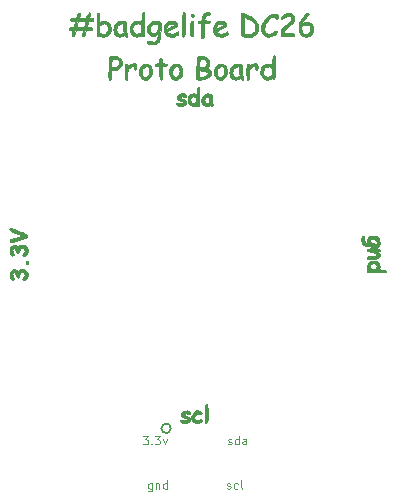
<source format=gto>
G04 #@! TF.FileFunction,Legend,Top*
%FSLAX46Y46*%
G04 Gerber Fmt 4.6, Leading zero omitted, Abs format (unit mm)*
G04 Created by KiCad (PCBNEW 4.0.7-e2-6376~61~ubuntu18.04.1) date Wed Jun  6 20:56:43 2018*
%MOMM*%
%LPD*%
G01*
G04 APERTURE LIST*
%ADD10C,0.100000*%
%ADD11C,0.150000*%
%ADD12C,0.010000*%
G04 APERTURE END LIST*
D10*
D11*
X126360000Y-176960000D02*
G75*
G03X126360000Y-176960000I-400000J0D01*
G01*
D12*
G36*
X114089919Y-162790635D02*
X114147317Y-162757475D01*
X114218609Y-162767652D01*
X114242303Y-162781498D01*
X114292611Y-162846567D01*
X114297305Y-162927929D01*
X114256113Y-163008260D01*
X114246019Y-163019091D01*
X114180646Y-163054673D01*
X114118095Y-163039618D01*
X114071084Y-162978860D01*
X114060511Y-162947137D01*
X114057341Y-162857174D01*
X114089919Y-162790635D01*
X114089919Y-162790635D01*
G37*
X114089919Y-162790635D02*
X114147317Y-162757475D01*
X114218609Y-162767652D01*
X114242303Y-162781498D01*
X114292611Y-162846567D01*
X114297305Y-162927929D01*
X114256113Y-163008260D01*
X114246019Y-163019091D01*
X114180646Y-163054673D01*
X114118095Y-163039618D01*
X114071084Y-162978860D01*
X114060511Y-162947137D01*
X114057341Y-162857174D01*
X114089919Y-162790635D01*
G36*
X112708510Y-163862356D02*
X112747522Y-163738111D01*
X112815851Y-163620385D01*
X112898121Y-163548558D01*
X113008896Y-163512086D01*
X113070130Y-163504546D01*
X113164845Y-163500937D01*
X113229440Y-163514372D01*
X113289334Y-163551823D01*
X113313048Y-163571186D01*
X113374296Y-163618278D01*
X113410547Y-163629972D01*
X113436812Y-163610687D01*
X113438744Y-163608186D01*
X113534105Y-163526114D01*
X113660490Y-163479176D01*
X113802855Y-163469896D01*
X113946153Y-163500799D01*
X113983864Y-163516744D01*
X114093990Y-163598362D01*
X114176561Y-163718153D01*
X114226861Y-163862673D01*
X114240176Y-164018478D01*
X114212724Y-164169383D01*
X114162346Y-164265798D01*
X114088367Y-164345295D01*
X114003039Y-164400650D01*
X113918614Y-164424637D01*
X113847343Y-164410031D01*
X113828977Y-164395689D01*
X113797912Y-164338215D01*
X113813800Y-164269555D01*
X113878409Y-164183491D01*
X113893888Y-164167173D01*
X113960578Y-164085668D01*
X113989221Y-164010278D01*
X113992666Y-163964005D01*
X113969930Y-163863128D01*
X113910627Y-163780556D01*
X113828114Y-163731373D01*
X113780111Y-163724000D01*
X113695211Y-163749538D01*
X113615179Y-163816633D01*
X113553154Y-163911006D01*
X113524410Y-164001943D01*
X113491153Y-164114371D01*
X113440750Y-164177020D01*
X113381267Y-164190615D01*
X113320769Y-164155878D01*
X113267322Y-164073532D01*
X113235557Y-163976037D01*
X113203147Y-163860204D01*
X113166901Y-163790923D01*
X113119702Y-163758394D01*
X113072981Y-163752222D01*
X113003429Y-163775416D01*
X112962339Y-163838428D01*
X112951364Y-163931406D01*
X112972157Y-164044496D01*
X113008770Y-164134941D01*
X113048059Y-164235305D01*
X113046386Y-164305993D01*
X113002338Y-164357603D01*
X112977020Y-164372922D01*
X112932403Y-164387395D01*
X112890607Y-164369976D01*
X112839575Y-164320970D01*
X112748478Y-164184204D01*
X112704052Y-164026666D01*
X112708510Y-163862356D01*
X112708510Y-163862356D01*
G37*
X112708510Y-163862356D02*
X112747522Y-163738111D01*
X112815851Y-163620385D01*
X112898121Y-163548558D01*
X113008896Y-163512086D01*
X113070130Y-163504546D01*
X113164845Y-163500937D01*
X113229440Y-163514372D01*
X113289334Y-163551823D01*
X113313048Y-163571186D01*
X113374296Y-163618278D01*
X113410547Y-163629972D01*
X113436812Y-163610687D01*
X113438744Y-163608186D01*
X113534105Y-163526114D01*
X113660490Y-163479176D01*
X113802855Y-163469896D01*
X113946153Y-163500799D01*
X113983864Y-163516744D01*
X114093990Y-163598362D01*
X114176561Y-163718153D01*
X114226861Y-163862673D01*
X114240176Y-164018478D01*
X114212724Y-164169383D01*
X114162346Y-164265798D01*
X114088367Y-164345295D01*
X114003039Y-164400650D01*
X113918614Y-164424637D01*
X113847343Y-164410031D01*
X113828977Y-164395689D01*
X113797912Y-164338215D01*
X113813800Y-164269555D01*
X113878409Y-164183491D01*
X113893888Y-164167173D01*
X113960578Y-164085668D01*
X113989221Y-164010278D01*
X113992666Y-163964005D01*
X113969930Y-163863128D01*
X113910627Y-163780556D01*
X113828114Y-163731373D01*
X113780111Y-163724000D01*
X113695211Y-163749538D01*
X113615179Y-163816633D01*
X113553154Y-163911006D01*
X113524410Y-164001943D01*
X113491153Y-164114371D01*
X113440750Y-164177020D01*
X113381267Y-164190615D01*
X113320769Y-164155878D01*
X113267322Y-164073532D01*
X113235557Y-163976037D01*
X113203147Y-163860204D01*
X113166901Y-163790923D01*
X113119702Y-163758394D01*
X113072981Y-163752222D01*
X113003429Y-163775416D01*
X112962339Y-163838428D01*
X112951364Y-163931406D01*
X112972157Y-164044496D01*
X113008770Y-164134941D01*
X113048059Y-164235305D01*
X113046386Y-164305993D01*
X113002338Y-164357603D01*
X112977020Y-164372922D01*
X112932403Y-164387395D01*
X112890607Y-164369976D01*
X112839575Y-164320970D01*
X112748478Y-164184204D01*
X112704052Y-164026666D01*
X112708510Y-163862356D01*
G36*
X112708510Y-161802134D02*
X112747522Y-161677889D01*
X112815851Y-161560163D01*
X112898121Y-161488336D01*
X113008896Y-161451863D01*
X113070130Y-161444323D01*
X113164845Y-161440715D01*
X113229440Y-161454149D01*
X113289334Y-161491601D01*
X113313048Y-161510964D01*
X113374296Y-161558055D01*
X113410547Y-161569749D01*
X113436812Y-161550464D01*
X113438744Y-161547964D01*
X113534105Y-161465891D01*
X113660490Y-161418954D01*
X113802855Y-161409674D01*
X113946153Y-161440577D01*
X113983864Y-161456522D01*
X114093990Y-161538140D01*
X114176561Y-161657931D01*
X114226861Y-161802451D01*
X114240176Y-161958255D01*
X114212724Y-162109161D01*
X114162346Y-162205576D01*
X114088367Y-162285073D01*
X114003039Y-162340428D01*
X113918614Y-162364415D01*
X113847343Y-162349809D01*
X113828977Y-162335467D01*
X113797912Y-162277993D01*
X113813800Y-162209333D01*
X113878409Y-162123269D01*
X113893888Y-162106950D01*
X113960578Y-162025445D01*
X113989221Y-161950056D01*
X113992666Y-161903783D01*
X113969930Y-161802905D01*
X113910627Y-161720334D01*
X113828114Y-161671151D01*
X113780111Y-161663778D01*
X113695211Y-161689316D01*
X113615179Y-161756411D01*
X113553154Y-161850784D01*
X113524410Y-161941721D01*
X113491153Y-162054149D01*
X113440750Y-162116798D01*
X113381267Y-162130393D01*
X113320769Y-162095655D01*
X113267322Y-162013310D01*
X113235557Y-161915815D01*
X113203147Y-161799982D01*
X113166901Y-161730701D01*
X113119702Y-161698172D01*
X113072981Y-161692000D01*
X113003429Y-161715194D01*
X112962339Y-161778206D01*
X112951364Y-161871184D01*
X112972157Y-161984274D01*
X113008770Y-162074719D01*
X113048059Y-162175083D01*
X113046386Y-162245771D01*
X113002338Y-162297381D01*
X112977020Y-162312699D01*
X112932403Y-162327172D01*
X112890607Y-162309754D01*
X112839575Y-162260747D01*
X112748478Y-162123982D01*
X112704052Y-161966444D01*
X112708510Y-161802134D01*
X112708510Y-161802134D01*
G37*
X112708510Y-161802134D02*
X112747522Y-161677889D01*
X112815851Y-161560163D01*
X112898121Y-161488336D01*
X113008896Y-161451863D01*
X113070130Y-161444323D01*
X113164845Y-161440715D01*
X113229440Y-161454149D01*
X113289334Y-161491601D01*
X113313048Y-161510964D01*
X113374296Y-161558055D01*
X113410547Y-161569749D01*
X113436812Y-161550464D01*
X113438744Y-161547964D01*
X113534105Y-161465891D01*
X113660490Y-161418954D01*
X113802855Y-161409674D01*
X113946153Y-161440577D01*
X113983864Y-161456522D01*
X114093990Y-161538140D01*
X114176561Y-161657931D01*
X114226861Y-161802451D01*
X114240176Y-161958255D01*
X114212724Y-162109161D01*
X114162346Y-162205576D01*
X114088367Y-162285073D01*
X114003039Y-162340428D01*
X113918614Y-162364415D01*
X113847343Y-162349809D01*
X113828977Y-162335467D01*
X113797912Y-162277993D01*
X113813800Y-162209333D01*
X113878409Y-162123269D01*
X113893888Y-162106950D01*
X113960578Y-162025445D01*
X113989221Y-161950056D01*
X113992666Y-161903783D01*
X113969930Y-161802905D01*
X113910627Y-161720334D01*
X113828114Y-161671151D01*
X113780111Y-161663778D01*
X113695211Y-161689316D01*
X113615179Y-161756411D01*
X113553154Y-161850784D01*
X113524410Y-161941721D01*
X113491153Y-162054149D01*
X113440750Y-162116798D01*
X113381267Y-162130393D01*
X113320769Y-162095655D01*
X113267322Y-162013310D01*
X113235557Y-161915815D01*
X113203147Y-161799982D01*
X113166901Y-161730701D01*
X113119702Y-161698172D01*
X113072981Y-161692000D01*
X113003429Y-161715194D01*
X112962339Y-161778206D01*
X112951364Y-161871184D01*
X112972157Y-161984274D01*
X113008770Y-162074719D01*
X113048059Y-162175083D01*
X113046386Y-162245771D01*
X113002338Y-162297381D01*
X112977020Y-162312699D01*
X112932403Y-162327172D01*
X112890607Y-162309754D01*
X112839575Y-162260747D01*
X112748478Y-162123982D01*
X112704052Y-161966444D01*
X112708510Y-161802134D01*
G36*
X112725616Y-160046551D02*
X112748918Y-160022809D01*
X112788658Y-159994483D01*
X112824712Y-159988092D01*
X112876086Y-160005111D01*
X112943673Y-160037919D01*
X113011536Y-160069158D01*
X113121157Y-160116341D01*
X113261690Y-160174947D01*
X113422292Y-160240454D01*
X113592116Y-160308339D01*
X113594390Y-160309239D01*
X113757637Y-160375360D01*
X113905290Y-160438113D01*
X114028282Y-160493410D01*
X114117545Y-160537160D01*
X114164011Y-160565273D01*
X114165890Y-160567002D01*
X114212335Y-160642791D01*
X114206360Y-160717576D01*
X114169055Y-160764947D01*
X114134823Y-160790361D01*
X114091113Y-160815056D01*
X114030603Y-160841721D01*
X113945973Y-160873046D01*
X113829901Y-160911720D01*
X113675068Y-160960432D01*
X113474152Y-161021874D01*
X113448815Y-161029558D01*
X113282086Y-161078659D01*
X113128197Y-161121319D01*
X112997512Y-161154871D01*
X112900397Y-161176647D01*
X112848532Y-161184000D01*
X112757797Y-161165313D01*
X112708072Y-161113170D01*
X112704872Y-161033454D01*
X112705391Y-161031337D01*
X112711848Y-161007029D01*
X112721996Y-160987134D01*
X112742625Y-160969016D01*
X112780522Y-160950043D01*
X112842477Y-160927580D01*
X112935280Y-160898993D01*
X113065719Y-160861649D01*
X113240583Y-160812913D01*
X113338153Y-160785848D01*
X113510744Y-160736411D01*
X113631494Y-160698041D01*
X113703653Y-160669522D01*
X113730473Y-160649639D01*
X113725562Y-160641005D01*
X113684535Y-160622756D01*
X113600929Y-160588953D01*
X113485089Y-160543667D01*
X113347360Y-160490967D01*
X113270391Y-160461934D01*
X113122738Y-160405294D01*
X112989233Y-160351824D01*
X112881031Y-160306161D01*
X112809287Y-160272941D01*
X112790928Y-160262679D01*
X112723196Y-160194945D01*
X112700616Y-160118276D01*
X112725616Y-160046551D01*
X112725616Y-160046551D01*
G37*
X112725616Y-160046551D02*
X112748918Y-160022809D01*
X112788658Y-159994483D01*
X112824712Y-159988092D01*
X112876086Y-160005111D01*
X112943673Y-160037919D01*
X113011536Y-160069158D01*
X113121157Y-160116341D01*
X113261690Y-160174947D01*
X113422292Y-160240454D01*
X113592116Y-160308339D01*
X113594390Y-160309239D01*
X113757637Y-160375360D01*
X113905290Y-160438113D01*
X114028282Y-160493410D01*
X114117545Y-160537160D01*
X114164011Y-160565273D01*
X114165890Y-160567002D01*
X114212335Y-160642791D01*
X114206360Y-160717576D01*
X114169055Y-160764947D01*
X114134823Y-160790361D01*
X114091113Y-160815056D01*
X114030603Y-160841721D01*
X113945973Y-160873046D01*
X113829901Y-160911720D01*
X113675068Y-160960432D01*
X113474152Y-161021874D01*
X113448815Y-161029558D01*
X113282086Y-161078659D01*
X113128197Y-161121319D01*
X112997512Y-161154871D01*
X112900397Y-161176647D01*
X112848532Y-161184000D01*
X112757797Y-161165313D01*
X112708072Y-161113170D01*
X112704872Y-161033454D01*
X112705391Y-161031337D01*
X112711848Y-161007029D01*
X112721996Y-160987134D01*
X112742625Y-160969016D01*
X112780522Y-160950043D01*
X112842477Y-160927580D01*
X112935280Y-160898993D01*
X113065719Y-160861649D01*
X113240583Y-160812913D01*
X113338153Y-160785848D01*
X113510744Y-160736411D01*
X113631494Y-160698041D01*
X113703653Y-160669522D01*
X113730473Y-160649639D01*
X113725562Y-160641005D01*
X113684535Y-160622756D01*
X113600929Y-160588953D01*
X113485089Y-160543667D01*
X113347360Y-160490967D01*
X113270391Y-160461934D01*
X113122738Y-160405294D01*
X112989233Y-160351824D01*
X112881031Y-160306161D01*
X112809287Y-160272941D01*
X112790928Y-160262679D01*
X112723196Y-160194945D01*
X112700616Y-160118276D01*
X112725616Y-160046551D01*
G36*
X127485383Y-148610087D02*
X127542962Y-148629206D01*
X127563868Y-148641440D01*
X127622159Y-148709837D01*
X127634352Y-148800674D01*
X127606340Y-148886522D01*
X127560863Y-148929278D01*
X127503031Y-148938997D01*
X127456559Y-148913842D01*
X127448206Y-148898777D01*
X127411967Y-148872725D01*
X127341761Y-148858422D01*
X127259080Y-148857120D01*
X127185419Y-148870071D01*
X127159218Y-148881943D01*
X127134232Y-148911266D01*
X127151294Y-148945346D01*
X127214467Y-148988204D01*
X127318595Y-149039662D01*
X127468014Y-149118617D01*
X127566879Y-149197882D01*
X127620804Y-149283330D01*
X127635556Y-149371007D01*
X127617014Y-149477028D01*
X127568605Y-149546849D01*
X127467232Y-149614165D01*
X127333037Y-149657200D01*
X127185436Y-149673060D01*
X127043842Y-149658849D01*
X126972322Y-149635775D01*
X126870859Y-149572911D01*
X126823992Y-149496409D01*
X126822000Y-149443608D01*
X126835736Y-149407678D01*
X126870367Y-149387468D01*
X126934783Y-149382045D01*
X127037875Y-149390473D01*
X127162606Y-149407840D01*
X127269561Y-149412111D01*
X127345568Y-149390971D01*
X127380421Y-149347752D01*
X127381556Y-149336331D01*
X127357936Y-149314907D01*
X127295518Y-149277715D01*
X127206960Y-149232186D01*
X127191056Y-149224550D01*
X127031140Y-149138539D01*
X126923755Y-149055548D01*
X126865511Y-148970945D01*
X126853013Y-148880101D01*
X126875904Y-148794330D01*
X126930032Y-148716062D01*
X127021537Y-148660558D01*
X127156667Y-148625003D01*
X127284933Y-148610142D01*
X127404807Y-148604342D01*
X127485383Y-148610087D01*
X127485383Y-148610087D01*
G37*
X127485383Y-148610087D02*
X127542962Y-148629206D01*
X127563868Y-148641440D01*
X127622159Y-148709837D01*
X127634352Y-148800674D01*
X127606340Y-148886522D01*
X127560863Y-148929278D01*
X127503031Y-148938997D01*
X127456559Y-148913842D01*
X127448206Y-148898777D01*
X127411967Y-148872725D01*
X127341761Y-148858422D01*
X127259080Y-148857120D01*
X127185419Y-148870071D01*
X127159218Y-148881943D01*
X127134232Y-148911266D01*
X127151294Y-148945346D01*
X127214467Y-148988204D01*
X127318595Y-149039662D01*
X127468014Y-149118617D01*
X127566879Y-149197882D01*
X127620804Y-149283330D01*
X127635556Y-149371007D01*
X127617014Y-149477028D01*
X127568605Y-149546849D01*
X127467232Y-149614165D01*
X127333037Y-149657200D01*
X127185436Y-149673060D01*
X127043842Y-149658849D01*
X126972322Y-149635775D01*
X126870859Y-149572911D01*
X126823992Y-149496409D01*
X126822000Y-149443608D01*
X126835736Y-149407678D01*
X126870367Y-149387468D01*
X126934783Y-149382045D01*
X127037875Y-149390473D01*
X127162606Y-149407840D01*
X127269561Y-149412111D01*
X127345568Y-149390971D01*
X127380421Y-149347752D01*
X127381556Y-149336331D01*
X127357936Y-149314907D01*
X127295518Y-149277715D01*
X127206960Y-149232186D01*
X127191056Y-149224550D01*
X127031140Y-149138539D01*
X126923755Y-149055548D01*
X126865511Y-148970945D01*
X126853013Y-148880101D01*
X126875904Y-148794330D01*
X126930032Y-148716062D01*
X127021537Y-148660558D01*
X127156667Y-148625003D01*
X127284933Y-148610142D01*
X127404807Y-148604342D01*
X127485383Y-148610087D01*
G36*
X128727695Y-148071730D02*
X128749894Y-148093169D01*
X128765668Y-148136431D01*
X128775855Y-148207298D01*
X128781291Y-148311551D01*
X128782812Y-148454972D01*
X128781256Y-148643341D01*
X128777528Y-148878525D01*
X128772562Y-149121790D01*
X128766890Y-149313131D01*
X128760230Y-149457067D01*
X128752299Y-149558117D01*
X128742815Y-149620799D01*
X128731494Y-149649633D01*
X128729183Y-149651614D01*
X128655784Y-149673433D01*
X128588231Y-149654881D01*
X128577129Y-149645617D01*
X128528452Y-149630782D01*
X128470870Y-149645617D01*
X128337420Y-149671969D01*
X128186704Y-149663734D01*
X128044864Y-149622408D01*
X128041986Y-149621113D01*
X127914481Y-149537545D01*
X127830214Y-149420525D01*
X127786774Y-149266312D01*
X127781684Y-149217150D01*
X127785689Y-149130815D01*
X128015389Y-149130815D01*
X128017972Y-149201171D01*
X128052369Y-149283402D01*
X128106644Y-149353725D01*
X128139493Y-149378092D01*
X128257646Y-149416574D01*
X128373307Y-149399474D01*
X128428479Y-149372470D01*
X128473535Y-149341490D01*
X128498121Y-149305016D01*
X128508377Y-149246131D01*
X128510444Y-149147920D01*
X128510445Y-149146692D01*
X128506044Y-149036998D01*
X128490111Y-148966285D01*
X128458549Y-148917578D01*
X128454000Y-148912888D01*
X128374410Y-148867985D01*
X128276430Y-148859477D01*
X128177443Y-148882871D01*
X128094831Y-148933668D01*
X128045979Y-149007374D01*
X128042829Y-149019235D01*
X128026538Y-149088948D01*
X128015389Y-149130815D01*
X127785689Y-149130815D01*
X127790443Y-149028370D01*
X127844160Y-148868241D01*
X127940240Y-148741132D01*
X128076086Y-148651409D01*
X128130551Y-148630301D01*
X128251640Y-148609537D01*
X128384476Y-148615335D01*
X128489278Y-148643229D01*
X128514001Y-148648925D01*
X128528827Y-148632469D01*
X128536272Y-148583757D01*
X128538852Y-148492684D01*
X128539083Y-148443186D01*
X128548592Y-148272920D01*
X128576663Y-148154810D01*
X128623718Y-148087563D01*
X128660676Y-148071197D01*
X128698234Y-148066333D01*
X128727695Y-148071730D01*
X128727695Y-148071730D01*
G37*
X128727695Y-148071730D02*
X128749894Y-148093169D01*
X128765668Y-148136431D01*
X128775855Y-148207298D01*
X128781291Y-148311551D01*
X128782812Y-148454972D01*
X128781256Y-148643341D01*
X128777528Y-148878525D01*
X128772562Y-149121790D01*
X128766890Y-149313131D01*
X128760230Y-149457067D01*
X128752299Y-149558117D01*
X128742815Y-149620799D01*
X128731494Y-149649633D01*
X128729183Y-149651614D01*
X128655784Y-149673433D01*
X128588231Y-149654881D01*
X128577129Y-149645617D01*
X128528452Y-149630782D01*
X128470870Y-149645617D01*
X128337420Y-149671969D01*
X128186704Y-149663734D01*
X128044864Y-149622408D01*
X128041986Y-149621113D01*
X127914481Y-149537545D01*
X127830214Y-149420525D01*
X127786774Y-149266312D01*
X127781684Y-149217150D01*
X127785689Y-149130815D01*
X128015389Y-149130815D01*
X128017972Y-149201171D01*
X128052369Y-149283402D01*
X128106644Y-149353725D01*
X128139493Y-149378092D01*
X128257646Y-149416574D01*
X128373307Y-149399474D01*
X128428479Y-149372470D01*
X128473535Y-149341490D01*
X128498121Y-149305016D01*
X128508377Y-149246131D01*
X128510444Y-149147920D01*
X128510445Y-149146692D01*
X128506044Y-149036998D01*
X128490111Y-148966285D01*
X128458549Y-148917578D01*
X128454000Y-148912888D01*
X128374410Y-148867985D01*
X128276430Y-148859477D01*
X128177443Y-148882871D01*
X128094831Y-148933668D01*
X128045979Y-149007374D01*
X128042829Y-149019235D01*
X128026538Y-149088948D01*
X128015389Y-149130815D01*
X127785689Y-149130815D01*
X127790443Y-149028370D01*
X127844160Y-148868241D01*
X127940240Y-148741132D01*
X128076086Y-148651409D01*
X128130551Y-148630301D01*
X128251640Y-148609537D01*
X128384476Y-148615335D01*
X128489278Y-148643229D01*
X128514001Y-148648925D01*
X128528827Y-148632469D01*
X128536272Y-148583757D01*
X128538852Y-148492684D01*
X128539083Y-148443186D01*
X128548592Y-148272920D01*
X128576663Y-148154810D01*
X128623718Y-148087563D01*
X128660676Y-148071197D01*
X128698234Y-148066333D01*
X128727695Y-148071730D01*
G36*
X129586014Y-148615831D02*
X129687086Y-148648712D01*
X129725076Y-148665944D01*
X129851000Y-148729444D01*
X129840847Y-149003878D01*
X129838488Y-149156454D01*
X129845733Y-149271065D01*
X129864356Y-149365645D01*
X129882185Y-149421505D01*
X129911730Y-149519483D01*
X129915031Y-149582735D01*
X129903424Y-149612737D01*
X129844432Y-149663146D01*
X129772639Y-149663090D01*
X129726373Y-149634703D01*
X129689576Y-149608611D01*
X129647988Y-149604975D01*
X129580775Y-149623492D01*
X129555591Y-149632229D01*
X129397527Y-149670140D01*
X129259124Y-149662089D01*
X129159556Y-149625456D01*
X129062411Y-149547578D01*
X128989699Y-149431447D01*
X128945477Y-149291450D01*
X128938158Y-149197710D01*
X129199337Y-149197710D01*
X129223917Y-149306835D01*
X129266046Y-149371500D01*
X129339845Y-149414472D01*
X129442976Y-149413297D01*
X129510496Y-149393365D01*
X129544588Y-149377792D01*
X129565845Y-149354673D01*
X129577296Y-149312051D01*
X129581967Y-149237969D01*
X129582887Y-149120469D01*
X129582889Y-149107450D01*
X129582889Y-148849059D01*
X129480064Y-148865745D01*
X129363493Y-148908321D01*
X129274359Y-148986086D01*
X129217896Y-149086671D01*
X129199337Y-149197710D01*
X128938158Y-149197710D01*
X128933806Y-149141974D01*
X128958746Y-148997405D01*
X128972160Y-148961371D01*
X129053175Y-148833319D01*
X129172408Y-148723961D01*
X129313719Y-148644270D01*
X129460967Y-148605216D01*
X129499298Y-148603064D01*
X129586014Y-148615831D01*
X129586014Y-148615831D01*
G37*
X129586014Y-148615831D02*
X129687086Y-148648712D01*
X129725076Y-148665944D01*
X129851000Y-148729444D01*
X129840847Y-149003878D01*
X129838488Y-149156454D01*
X129845733Y-149271065D01*
X129864356Y-149365645D01*
X129882185Y-149421505D01*
X129911730Y-149519483D01*
X129915031Y-149582735D01*
X129903424Y-149612737D01*
X129844432Y-149663146D01*
X129772639Y-149663090D01*
X129726373Y-149634703D01*
X129689576Y-149608611D01*
X129647988Y-149604975D01*
X129580775Y-149623492D01*
X129555591Y-149632229D01*
X129397527Y-149670140D01*
X129259124Y-149662089D01*
X129159556Y-149625456D01*
X129062411Y-149547578D01*
X128989699Y-149431447D01*
X128945477Y-149291450D01*
X128938158Y-149197710D01*
X129199337Y-149197710D01*
X129223917Y-149306835D01*
X129266046Y-149371500D01*
X129339845Y-149414472D01*
X129442976Y-149413297D01*
X129510496Y-149393365D01*
X129544588Y-149377792D01*
X129565845Y-149354673D01*
X129577296Y-149312051D01*
X129581967Y-149237969D01*
X129582887Y-149120469D01*
X129582889Y-149107450D01*
X129582889Y-148849059D01*
X129480064Y-148865745D01*
X129363493Y-148908321D01*
X129274359Y-148986086D01*
X129217896Y-149086671D01*
X129199337Y-149197710D01*
X128938158Y-149197710D01*
X128933806Y-149141974D01*
X128958746Y-148997405D01*
X128972160Y-148961371D01*
X129053175Y-148833319D01*
X129172408Y-148723961D01*
X129313719Y-148644270D01*
X129460967Y-148605216D01*
X129499298Y-148603064D01*
X129586014Y-148615831D01*
G36*
X127826494Y-175453642D02*
X127884073Y-175472762D01*
X127904979Y-175484996D01*
X127963270Y-175553393D01*
X127975463Y-175644229D01*
X127947452Y-175730077D01*
X127901974Y-175772833D01*
X127844142Y-175782553D01*
X127797670Y-175757397D01*
X127789317Y-175742333D01*
X127753078Y-175716280D01*
X127682872Y-175701977D01*
X127600191Y-175700675D01*
X127526530Y-175713626D01*
X127500329Y-175725499D01*
X127475343Y-175754821D01*
X127492405Y-175788902D01*
X127555578Y-175831760D01*
X127659706Y-175883218D01*
X127809125Y-175962172D01*
X127907990Y-176041438D01*
X127961915Y-176126885D01*
X127976667Y-176214562D01*
X127958125Y-176320583D01*
X127909716Y-176390405D01*
X127808343Y-176457720D01*
X127674148Y-176500756D01*
X127526547Y-176516616D01*
X127384954Y-176502405D01*
X127313434Y-176479330D01*
X127211970Y-176416467D01*
X127165103Y-176339965D01*
X127163111Y-176287164D01*
X127176847Y-176251234D01*
X127211478Y-176231024D01*
X127275894Y-176225600D01*
X127378986Y-176234029D01*
X127503717Y-176251395D01*
X127610672Y-176255667D01*
X127686679Y-176234526D01*
X127721532Y-176191308D01*
X127722667Y-176179887D01*
X127699047Y-176158462D01*
X127636629Y-176121271D01*
X127548071Y-176075741D01*
X127532167Y-176068105D01*
X127372251Y-175982095D01*
X127264867Y-175899103D01*
X127206622Y-175814501D01*
X127194125Y-175723657D01*
X127217015Y-175637885D01*
X127271143Y-175559618D01*
X127362648Y-175504113D01*
X127497779Y-175468558D01*
X127626044Y-175453698D01*
X127745919Y-175447897D01*
X127826494Y-175453642D01*
X127826494Y-175453642D01*
G37*
X127826494Y-175453642D02*
X127884073Y-175472762D01*
X127904979Y-175484996D01*
X127963270Y-175553393D01*
X127975463Y-175644229D01*
X127947452Y-175730077D01*
X127901974Y-175772833D01*
X127844142Y-175782553D01*
X127797670Y-175757397D01*
X127789317Y-175742333D01*
X127753078Y-175716280D01*
X127682872Y-175701977D01*
X127600191Y-175700675D01*
X127526530Y-175713626D01*
X127500329Y-175725499D01*
X127475343Y-175754821D01*
X127492405Y-175788902D01*
X127555578Y-175831760D01*
X127659706Y-175883218D01*
X127809125Y-175962172D01*
X127907990Y-176041438D01*
X127961915Y-176126885D01*
X127976667Y-176214562D01*
X127958125Y-176320583D01*
X127909716Y-176390405D01*
X127808343Y-176457720D01*
X127674148Y-176500756D01*
X127526547Y-176516616D01*
X127384954Y-176502405D01*
X127313434Y-176479330D01*
X127211970Y-176416467D01*
X127165103Y-176339965D01*
X127163111Y-176287164D01*
X127176847Y-176251234D01*
X127211478Y-176231024D01*
X127275894Y-176225600D01*
X127378986Y-176234029D01*
X127503717Y-176251395D01*
X127610672Y-176255667D01*
X127686679Y-176234526D01*
X127721532Y-176191308D01*
X127722667Y-176179887D01*
X127699047Y-176158462D01*
X127636629Y-176121271D01*
X127548071Y-176075741D01*
X127532167Y-176068105D01*
X127372251Y-175982095D01*
X127264867Y-175899103D01*
X127206622Y-175814501D01*
X127194125Y-175723657D01*
X127217015Y-175637885D01*
X127271143Y-175559618D01*
X127362648Y-175504113D01*
X127497779Y-175468558D01*
X127626044Y-175453698D01*
X127745919Y-175447897D01*
X127826494Y-175453642D01*
G36*
X128721788Y-175466027D02*
X128809222Y-175498591D01*
X128919501Y-175561160D01*
X128975805Y-175625145D01*
X128980582Y-175693407D01*
X128979444Y-175697202D01*
X128936139Y-175755790D01*
X128863070Y-175772175D01*
X128770335Y-175744114D01*
X128769701Y-175743787D01*
X128658988Y-175705072D01*
X128564416Y-175715187D01*
X128480728Y-175776530D01*
X128402669Y-175891497D01*
X128389190Y-175917320D01*
X128349521Y-176025443D01*
X128355697Y-176112316D01*
X128408840Y-176191127D01*
X128412828Y-176195171D01*
X128488240Y-176247060D01*
X128580548Y-176261964D01*
X128700673Y-176240557D01*
X128772163Y-176217316D01*
X128857508Y-176190594D01*
X128909860Y-176186995D01*
X128947207Y-176205418D01*
X128948552Y-176206521D01*
X128990814Y-176268282D01*
X128980114Y-176334975D01*
X128919139Y-176402107D01*
X128810579Y-176465182D01*
X128787929Y-176475034D01*
X128623067Y-176514873D01*
X128456904Y-176499026D01*
X128340939Y-176453871D01*
X128238558Y-176383013D01*
X128164541Y-176283809D01*
X128149901Y-176255983D01*
X128103987Y-176122399D01*
X128103445Y-175987682D01*
X128149448Y-175841610D01*
X128210646Y-175726001D01*
X128320691Y-175578736D01*
X128441814Y-175486602D01*
X128575139Y-175449175D01*
X128721788Y-175466027D01*
X128721788Y-175466027D01*
G37*
X128721788Y-175466027D02*
X128809222Y-175498591D01*
X128919501Y-175561160D01*
X128975805Y-175625145D01*
X128980582Y-175693407D01*
X128979444Y-175697202D01*
X128936139Y-175755790D01*
X128863070Y-175772175D01*
X128770335Y-175744114D01*
X128769701Y-175743787D01*
X128658988Y-175705072D01*
X128564416Y-175715187D01*
X128480728Y-175776530D01*
X128402669Y-175891497D01*
X128389190Y-175917320D01*
X128349521Y-176025443D01*
X128355697Y-176112316D01*
X128408840Y-176191127D01*
X128412828Y-176195171D01*
X128488240Y-176247060D01*
X128580548Y-176261964D01*
X128700673Y-176240557D01*
X128772163Y-176217316D01*
X128857508Y-176190594D01*
X128909860Y-176186995D01*
X128947207Y-176205418D01*
X128948552Y-176206521D01*
X128990814Y-176268282D01*
X128980114Y-176334975D01*
X128919139Y-176402107D01*
X128810579Y-176465182D01*
X128787929Y-176475034D01*
X128623067Y-176514873D01*
X128456904Y-176499026D01*
X128340939Y-176453871D01*
X128238558Y-176383013D01*
X128164541Y-176283809D01*
X128149901Y-176255983D01*
X128103987Y-176122399D01*
X128103445Y-175987682D01*
X128149448Y-175841610D01*
X128210646Y-175726001D01*
X128320691Y-175578736D01*
X128441814Y-175486602D01*
X128575139Y-175449175D01*
X128721788Y-175466027D01*
G36*
X129393276Y-174917886D02*
X129438578Y-174943644D01*
X129450034Y-174973521D01*
X129458913Y-175040278D01*
X129465402Y-175148029D01*
X129469687Y-175300885D01*
X129471955Y-175502960D01*
X129472445Y-175689517D01*
X129472020Y-175913036D01*
X129470489Y-176086756D01*
X129467459Y-176217321D01*
X129462544Y-176311370D01*
X129455352Y-176375547D01*
X129445494Y-176416493D01*
X129432582Y-176440849D01*
X129428095Y-176445873D01*
X129357118Y-176485832D01*
X129283909Y-176478516D01*
X129252311Y-176456355D01*
X129241316Y-176417720D01*
X129232309Y-176332028D01*
X129225289Y-176208632D01*
X129220257Y-176056883D01*
X129217213Y-175886135D01*
X129216156Y-175705740D01*
X129217088Y-175525049D01*
X129220007Y-175353417D01*
X129224913Y-175200194D01*
X129231808Y-175074734D01*
X129240690Y-174986389D01*
X129251559Y-174944511D01*
X129252311Y-174943644D01*
X129316785Y-174913380D01*
X129393276Y-174917886D01*
X129393276Y-174917886D01*
G37*
X129393276Y-174917886D02*
X129438578Y-174943644D01*
X129450034Y-174973521D01*
X129458913Y-175040278D01*
X129465402Y-175148029D01*
X129469687Y-175300885D01*
X129471955Y-175502960D01*
X129472445Y-175689517D01*
X129472020Y-175913036D01*
X129470489Y-176086756D01*
X129467459Y-176217321D01*
X129462544Y-176311370D01*
X129455352Y-176375547D01*
X129445494Y-176416493D01*
X129432582Y-176440849D01*
X129428095Y-176445873D01*
X129357118Y-176485832D01*
X129283909Y-176478516D01*
X129252311Y-176456355D01*
X129241316Y-176417720D01*
X129232309Y-176332028D01*
X129225289Y-176208632D01*
X129220257Y-176056883D01*
X129217213Y-175886135D01*
X129216156Y-175705740D01*
X129217088Y-175525049D01*
X129220007Y-175353417D01*
X129224913Y-175200194D01*
X129231808Y-175074734D01*
X129240690Y-174986389D01*
X129251559Y-174944511D01*
X129252311Y-174943644D01*
X129316785Y-174913380D01*
X129393276Y-174917886D01*
G36*
X143999228Y-161407350D02*
X143945637Y-161522398D01*
X143885587Y-161589189D01*
X143807660Y-161615693D01*
X143707572Y-161610948D01*
X143628467Y-161600819D01*
X143508561Y-161587112D01*
X143363250Y-161571522D01*
X143207933Y-161555740D01*
X143185537Y-161553540D01*
X142993380Y-161531797D01*
X142848424Y-161507001D01*
X142741430Y-161475626D01*
X142663157Y-161434148D01*
X142604364Y-161379040D01*
X142560614Y-161315123D01*
X142522679Y-161214917D01*
X142499611Y-161082873D01*
X142492675Y-160940976D01*
X142503133Y-160811212D01*
X142526765Y-160726611D01*
X142571716Y-160658071D01*
X142629095Y-160635101D01*
X142636849Y-160634889D01*
X142701910Y-160646050D01*
X142740986Y-160685128D01*
X142757687Y-160760514D01*
X142755618Y-160880597D01*
X142753620Y-160906525D01*
X142749745Y-161051690D01*
X142769380Y-161153761D01*
X142817091Y-161222810D01*
X142897439Y-161268911D01*
X142921710Y-161277557D01*
X142992190Y-161297755D01*
X143035847Y-161304667D01*
X143040992Y-161303304D01*
X143036401Y-161274176D01*
X143012106Y-161215278D01*
X143005312Y-161201310D01*
X142974106Y-161082708D01*
X142982483Y-160950919D01*
X143028050Y-160830494D01*
X143043773Y-160806666D01*
X143143844Y-160714967D01*
X143277183Y-160656640D01*
X143430017Y-160633863D01*
X143492417Y-160639745D01*
X143492417Y-160891719D01*
X143383241Y-160893731D01*
X143293528Y-160930746D01*
X143276667Y-160945333D01*
X143227054Y-161023258D01*
X143232407Y-161106536D01*
X143264269Y-161164993D01*
X143358335Y-161250791D01*
X143495276Y-161303532D01*
X143638398Y-161320984D01*
X143798778Y-161326333D01*
X143807488Y-161236408D01*
X143800176Y-161146889D01*
X143770369Y-161057860D01*
X143770336Y-161057796D01*
X143702604Y-160977542D01*
X143604418Y-160920920D01*
X143492417Y-160891719D01*
X143492417Y-160639745D01*
X143588574Y-160648811D01*
X143728921Y-160698389D01*
X143864648Y-160796768D01*
X143963710Y-160929666D01*
X144021576Y-161085198D01*
X144033713Y-161251477D01*
X143999228Y-161407350D01*
X143999228Y-161407350D01*
G37*
X143999228Y-161407350D02*
X143945637Y-161522398D01*
X143885587Y-161589189D01*
X143807660Y-161615693D01*
X143707572Y-161610948D01*
X143628467Y-161600819D01*
X143508561Y-161587112D01*
X143363250Y-161571522D01*
X143207933Y-161555740D01*
X143185537Y-161553540D01*
X142993380Y-161531797D01*
X142848424Y-161507001D01*
X142741430Y-161475626D01*
X142663157Y-161434148D01*
X142604364Y-161379040D01*
X142560614Y-161315123D01*
X142522679Y-161214917D01*
X142499611Y-161082873D01*
X142492675Y-160940976D01*
X142503133Y-160811212D01*
X142526765Y-160726611D01*
X142571716Y-160658071D01*
X142629095Y-160635101D01*
X142636849Y-160634889D01*
X142701910Y-160646050D01*
X142740986Y-160685128D01*
X142757687Y-160760514D01*
X142755618Y-160880597D01*
X142753620Y-160906525D01*
X142749745Y-161051690D01*
X142769380Y-161153761D01*
X142817091Y-161222810D01*
X142897439Y-161268911D01*
X142921710Y-161277557D01*
X142992190Y-161297755D01*
X143035847Y-161304667D01*
X143040992Y-161303304D01*
X143036401Y-161274176D01*
X143012106Y-161215278D01*
X143005312Y-161201310D01*
X142974106Y-161082708D01*
X142982483Y-160950919D01*
X143028050Y-160830494D01*
X143043773Y-160806666D01*
X143143844Y-160714967D01*
X143277183Y-160656640D01*
X143430017Y-160633863D01*
X143492417Y-160639745D01*
X143492417Y-160891719D01*
X143383241Y-160893731D01*
X143293528Y-160930746D01*
X143276667Y-160945333D01*
X143227054Y-161023258D01*
X143232407Y-161106536D01*
X143264269Y-161164993D01*
X143358335Y-161250791D01*
X143495276Y-161303532D01*
X143638398Y-161320984D01*
X143798778Y-161326333D01*
X143807488Y-161236408D01*
X143800176Y-161146889D01*
X143770369Y-161057860D01*
X143770336Y-161057796D01*
X143702604Y-160977542D01*
X143604418Y-160920920D01*
X143492417Y-160891719D01*
X143492417Y-160639745D01*
X143588574Y-160648811D01*
X143728921Y-160698389D01*
X143864648Y-160796768D01*
X143963710Y-160929666D01*
X144021576Y-161085198D01*
X144033713Y-161251477D01*
X143999228Y-161407350D01*
G36*
X144047231Y-161918006D02*
X143980138Y-161981221D01*
X143931157Y-162007696D01*
X143937773Y-162032322D01*
X143964660Y-162089716D01*
X143980546Y-162120167D01*
X144029025Y-162253985D01*
X144029507Y-162377077D01*
X143983683Y-162480745D01*
X143895963Y-162554853D01*
X143841009Y-162571037D01*
X143745804Y-162586277D01*
X143622862Y-162599822D01*
X143484694Y-162610926D01*
X143343812Y-162618841D01*
X143212727Y-162622817D01*
X143103951Y-162622108D01*
X143029997Y-162615965D01*
X143005708Y-162608081D01*
X142972013Y-162549027D01*
X142971382Y-162475161D01*
X143003965Y-162416699D01*
X143057518Y-162393681D01*
X143151578Y-162372356D01*
X143270210Y-162354635D01*
X143397476Y-162342429D01*
X143517440Y-162337650D01*
X143614167Y-162342210D01*
X143619354Y-162342886D01*
X143720913Y-162345712D01*
X143774254Y-162320299D01*
X143778661Y-162267563D01*
X143736935Y-162193084D01*
X143627611Y-162092459D01*
X143477907Y-162024586D01*
X143295452Y-161992535D01*
X143232923Y-161990351D01*
X143120946Y-161985137D01*
X143037668Y-161971935D01*
X143000089Y-161955689D01*
X142970052Y-161892767D01*
X142973528Y-161818409D01*
X143004372Y-161767250D01*
X143050913Y-161748143D01*
X143139538Y-161734996D01*
X143273837Y-161727603D01*
X143457399Y-161725759D01*
X143676818Y-161728875D01*
X143822380Y-161734123D01*
X143921664Y-161743259D01*
X143984789Y-161757812D01*
X144021872Y-161779315D01*
X144024042Y-161781407D01*
X144062606Y-161849597D01*
X144047231Y-161918006D01*
X144047231Y-161918006D01*
G37*
X144047231Y-161918006D02*
X143980138Y-161981221D01*
X143931157Y-162007696D01*
X143937773Y-162032322D01*
X143964660Y-162089716D01*
X143980546Y-162120167D01*
X144029025Y-162253985D01*
X144029507Y-162377077D01*
X143983683Y-162480745D01*
X143895963Y-162554853D01*
X143841009Y-162571037D01*
X143745804Y-162586277D01*
X143622862Y-162599822D01*
X143484694Y-162610926D01*
X143343812Y-162618841D01*
X143212727Y-162622817D01*
X143103951Y-162622108D01*
X143029997Y-162615965D01*
X143005708Y-162608081D01*
X142972013Y-162549027D01*
X142971382Y-162475161D01*
X143003965Y-162416699D01*
X143057518Y-162393681D01*
X143151578Y-162372356D01*
X143270210Y-162354635D01*
X143397476Y-162342429D01*
X143517440Y-162337650D01*
X143614167Y-162342210D01*
X143619354Y-162342886D01*
X143720913Y-162345712D01*
X143774254Y-162320299D01*
X143778661Y-162267563D01*
X143736935Y-162193084D01*
X143627611Y-162092459D01*
X143477907Y-162024586D01*
X143295452Y-161992535D01*
X143232923Y-161990351D01*
X143120946Y-161985137D01*
X143037668Y-161971935D01*
X143000089Y-161955689D01*
X142970052Y-161892767D01*
X142973528Y-161818409D01*
X143004372Y-161767250D01*
X143050913Y-161748143D01*
X143139538Y-161734996D01*
X143273837Y-161727603D01*
X143457399Y-161725759D01*
X143676818Y-161728875D01*
X143822380Y-161734123D01*
X143921664Y-161743259D01*
X143984789Y-161757812D01*
X144021872Y-161779315D01*
X144024042Y-161781407D01*
X144062606Y-161849597D01*
X144047231Y-161918006D01*
G36*
X144569381Y-163702584D02*
X144547942Y-163724783D01*
X144504680Y-163740557D01*
X144433813Y-163750744D01*
X144329560Y-163756180D01*
X144186140Y-163757701D01*
X143997770Y-163756145D01*
X143762586Y-163752417D01*
X143519321Y-163747451D01*
X143327980Y-163741779D01*
X143184044Y-163735119D01*
X143082994Y-163727188D01*
X143020312Y-163717704D01*
X142991478Y-163706383D01*
X142989497Y-163704071D01*
X142967678Y-163630673D01*
X142986230Y-163563120D01*
X142995494Y-163552018D01*
X143010329Y-163503341D01*
X142995494Y-163445758D01*
X142969142Y-163312308D01*
X142977377Y-163161593D01*
X143018703Y-163019752D01*
X143019998Y-163016875D01*
X143103566Y-162889370D01*
X143220586Y-162805103D01*
X143374799Y-162761663D01*
X143423962Y-162756573D01*
X143510296Y-162760578D01*
X143510296Y-162990278D01*
X143439940Y-162992861D01*
X143357709Y-163027258D01*
X143287386Y-163081533D01*
X143263019Y-163114382D01*
X143224537Y-163232535D01*
X143241637Y-163348196D01*
X143268641Y-163403368D01*
X143299621Y-163448424D01*
X143336095Y-163473010D01*
X143394980Y-163483266D01*
X143493191Y-163485333D01*
X143494419Y-163485333D01*
X143604113Y-163480933D01*
X143674827Y-163465000D01*
X143723533Y-163433438D01*
X143728223Y-163428889D01*
X143773126Y-163349299D01*
X143781634Y-163251319D01*
X143758241Y-163152331D01*
X143707443Y-163069720D01*
X143633737Y-163020868D01*
X143621876Y-163017718D01*
X143552164Y-163001427D01*
X143510296Y-162990278D01*
X143510296Y-162760578D01*
X143612741Y-162765332D01*
X143772870Y-162819049D01*
X143899979Y-162915129D01*
X143989702Y-163050975D01*
X144010810Y-163105440D01*
X144031574Y-163226529D01*
X144025776Y-163359365D01*
X143997882Y-163464167D01*
X143992186Y-163488890D01*
X144008642Y-163503716D01*
X144057355Y-163511161D01*
X144148427Y-163513741D01*
X144197925Y-163513972D01*
X144368191Y-163523481D01*
X144486301Y-163551551D01*
X144553548Y-163598607D01*
X144569914Y-163635565D01*
X144574778Y-163673123D01*
X144569381Y-163702584D01*
X144569381Y-163702584D01*
G37*
X144569381Y-163702584D02*
X144547942Y-163724783D01*
X144504680Y-163740557D01*
X144433813Y-163750744D01*
X144329560Y-163756180D01*
X144186140Y-163757701D01*
X143997770Y-163756145D01*
X143762586Y-163752417D01*
X143519321Y-163747451D01*
X143327980Y-163741779D01*
X143184044Y-163735119D01*
X143082994Y-163727188D01*
X143020312Y-163717704D01*
X142991478Y-163706383D01*
X142989497Y-163704071D01*
X142967678Y-163630673D01*
X142986230Y-163563120D01*
X142995494Y-163552018D01*
X143010329Y-163503341D01*
X142995494Y-163445758D01*
X142969142Y-163312308D01*
X142977377Y-163161593D01*
X143018703Y-163019752D01*
X143019998Y-163016875D01*
X143103566Y-162889370D01*
X143220586Y-162805103D01*
X143374799Y-162761663D01*
X143423962Y-162756573D01*
X143510296Y-162760578D01*
X143510296Y-162990278D01*
X143439940Y-162992861D01*
X143357709Y-163027258D01*
X143287386Y-163081533D01*
X143263019Y-163114382D01*
X143224537Y-163232535D01*
X143241637Y-163348196D01*
X143268641Y-163403368D01*
X143299621Y-163448424D01*
X143336095Y-163473010D01*
X143394980Y-163483266D01*
X143493191Y-163485333D01*
X143494419Y-163485333D01*
X143604113Y-163480933D01*
X143674827Y-163465000D01*
X143723533Y-163433438D01*
X143728223Y-163428889D01*
X143773126Y-163349299D01*
X143781634Y-163251319D01*
X143758241Y-163152331D01*
X143707443Y-163069720D01*
X143633737Y-163020868D01*
X143621876Y-163017718D01*
X143552164Y-163001427D01*
X143510296Y-162990278D01*
X143510296Y-162760578D01*
X143612741Y-162765332D01*
X143772870Y-162819049D01*
X143899979Y-162915129D01*
X143989702Y-163050975D01*
X144010810Y-163105440D01*
X144031574Y-163226529D01*
X144025776Y-163359365D01*
X143997882Y-163464167D01*
X143992186Y-163488890D01*
X144008642Y-163503716D01*
X144057355Y-163511161D01*
X144148427Y-163513741D01*
X144197925Y-163513972D01*
X144368191Y-163523481D01*
X144486301Y-163551551D01*
X144553548Y-163598607D01*
X144569914Y-163635565D01*
X144574778Y-163673123D01*
X144569381Y-163702584D01*
G36*
X132171302Y-146103972D02*
X132182924Y-146107231D01*
X132296687Y-146145591D01*
X132368011Y-146189006D01*
X132403960Y-146249755D01*
X132411598Y-146340117D01*
X132397988Y-146472371D01*
X132397008Y-146479372D01*
X132377200Y-146745241D01*
X132398480Y-146987345D01*
X132458162Y-147210671D01*
X132491373Y-147312234D01*
X132503832Y-147376168D01*
X132497262Y-147416622D01*
X132485459Y-147434842D01*
X132443124Y-147471484D01*
X132399689Y-147468331D01*
X132342230Y-147422382D01*
X132316350Y-147395564D01*
X132238720Y-147312462D01*
X132060550Y-147384428D01*
X131958993Y-147422787D01*
X131884737Y-147440288D01*
X131813877Y-147439823D01*
X131725771Y-147424942D01*
X131574701Y-147375146D01*
X131461824Y-147291853D01*
X131384618Y-147171178D01*
X131340560Y-147009234D01*
X131327111Y-146810656D01*
X131329491Y-146760413D01*
X131556755Y-146760413D01*
X131558301Y-146890233D01*
X131584283Y-147013471D01*
X131631444Y-147113241D01*
X131684300Y-147166111D01*
X131757723Y-147187410D01*
X131861834Y-147190514D01*
X131974642Y-147177504D01*
X132074157Y-147150462D01*
X132123854Y-147124505D01*
X132176722Y-147070726D01*
X132184347Y-147012759D01*
X132182308Y-147003140D01*
X132175133Y-146947209D01*
X132168882Y-146850641D01*
X132164422Y-146729244D01*
X132162959Y-146650363D01*
X132158950Y-146528107D01*
X132150773Y-146427476D01*
X132139764Y-146361501D01*
X132131444Y-146343154D01*
X132070574Y-146324636D01*
X131981723Y-146324833D01*
X131889592Y-146342198D01*
X131840765Y-146361369D01*
X131738450Y-146434321D01*
X131646281Y-146533218D01*
X131584971Y-146635608D01*
X131582906Y-146640893D01*
X131556755Y-146760413D01*
X131329491Y-146760413D01*
X131333398Y-146677947D01*
X131356351Y-146572065D01*
X131400701Y-146467183D01*
X131508032Y-146308877D01*
X131648215Y-146189051D01*
X131811792Y-146112056D01*
X131989307Y-146082246D01*
X132171302Y-146103972D01*
X132171302Y-146103972D01*
G37*
X132171302Y-146103972D02*
X132182924Y-146107231D01*
X132296687Y-146145591D01*
X132368011Y-146189006D01*
X132403960Y-146249755D01*
X132411598Y-146340117D01*
X132397988Y-146472371D01*
X132397008Y-146479372D01*
X132377200Y-146745241D01*
X132398480Y-146987345D01*
X132458162Y-147210671D01*
X132491373Y-147312234D01*
X132503832Y-147376168D01*
X132497262Y-147416622D01*
X132485459Y-147434842D01*
X132443124Y-147471484D01*
X132399689Y-147468331D01*
X132342230Y-147422382D01*
X132316350Y-147395564D01*
X132238720Y-147312462D01*
X132060550Y-147384428D01*
X131958993Y-147422787D01*
X131884737Y-147440288D01*
X131813877Y-147439823D01*
X131725771Y-147424942D01*
X131574701Y-147375146D01*
X131461824Y-147291853D01*
X131384618Y-147171178D01*
X131340560Y-147009234D01*
X131327111Y-146810656D01*
X131329491Y-146760413D01*
X131556755Y-146760413D01*
X131558301Y-146890233D01*
X131584283Y-147013471D01*
X131631444Y-147113241D01*
X131684300Y-147166111D01*
X131757723Y-147187410D01*
X131861834Y-147190514D01*
X131974642Y-147177504D01*
X132074157Y-147150462D01*
X132123854Y-147124505D01*
X132176722Y-147070726D01*
X132184347Y-147012759D01*
X132182308Y-147003140D01*
X132175133Y-146947209D01*
X132168882Y-146850641D01*
X132164422Y-146729244D01*
X132162959Y-146650363D01*
X132158950Y-146528107D01*
X132150773Y-146427476D01*
X132139764Y-146361501D01*
X132131444Y-146343154D01*
X132070574Y-146324636D01*
X131981723Y-146324833D01*
X131889592Y-146342198D01*
X131840765Y-146361369D01*
X131738450Y-146434321D01*
X131646281Y-146533218D01*
X131584971Y-146635608D01*
X131582906Y-146640893D01*
X131556755Y-146760413D01*
X131329491Y-146760413D01*
X131333398Y-146677947D01*
X131356351Y-146572065D01*
X131400701Y-146467183D01*
X131508032Y-146308877D01*
X131648215Y-146189051D01*
X131811792Y-146112056D01*
X131989307Y-146082246D01*
X132171302Y-146103972D01*
G36*
X121797594Y-145475986D02*
X121960078Y-145567702D01*
X122025431Y-145623980D01*
X122135256Y-145754594D01*
X122192617Y-145889814D01*
X122201068Y-146041161D01*
X122184925Y-146141026D01*
X122120235Y-146307871D01*
X122010904Y-146446345D01*
X121863574Y-146551658D01*
X121684886Y-146619020D01*
X121488158Y-146643565D01*
X121315317Y-146646111D01*
X121297658Y-146854980D01*
X121288461Y-146987265D01*
X121282073Y-147124023D01*
X121280000Y-147223280D01*
X121269202Y-147349939D01*
X121236533Y-147425343D01*
X121181578Y-147450444D01*
X121181222Y-147450444D01*
X121135670Y-147432344D01*
X121116311Y-147416578D01*
X121098788Y-147368126D01*
X121087432Y-147264632D01*
X121082345Y-147107171D01*
X121082061Y-147056744D01*
X121083522Y-146907810D01*
X121087892Y-146734498D01*
X121094679Y-146545351D01*
X121103391Y-146348912D01*
X121107671Y-146266557D01*
X121326327Y-146266557D01*
X121327114Y-146347737D01*
X121329949Y-146384662D01*
X121330106Y-146385055D01*
X121366328Y-146403506D01*
X121440577Y-146408423D01*
X121536477Y-146401317D01*
X121637653Y-146383703D01*
X121727731Y-146357093D01*
X121753625Y-146345925D01*
X121878075Y-146259257D01*
X121956734Y-146144700D01*
X121985402Y-146008472D01*
X121985450Y-146002773D01*
X121959399Y-145889977D01*
X121885799Y-145795816D01*
X121771832Y-145725126D01*
X121624680Y-145682745D01*
X121494936Y-145672444D01*
X121341171Y-145672444D01*
X121330804Y-146018167D01*
X121327564Y-146152806D01*
X121326327Y-146266557D01*
X121107671Y-146266557D01*
X121113537Y-146153723D01*
X121124623Y-145968326D01*
X121136158Y-145801265D01*
X121147650Y-145661082D01*
X121158607Y-145556319D01*
X121168537Y-145495520D01*
X121172607Y-145484690D01*
X121211709Y-145465676D01*
X121290199Y-145447017D01*
X121391138Y-145432731D01*
X121391862Y-145432658D01*
X121609813Y-145431462D01*
X121797594Y-145475986D01*
X121797594Y-145475986D01*
G37*
X121797594Y-145475986D02*
X121960078Y-145567702D01*
X122025431Y-145623980D01*
X122135256Y-145754594D01*
X122192617Y-145889814D01*
X122201068Y-146041161D01*
X122184925Y-146141026D01*
X122120235Y-146307871D01*
X122010904Y-146446345D01*
X121863574Y-146551658D01*
X121684886Y-146619020D01*
X121488158Y-146643565D01*
X121315317Y-146646111D01*
X121297658Y-146854980D01*
X121288461Y-146987265D01*
X121282073Y-147124023D01*
X121280000Y-147223280D01*
X121269202Y-147349939D01*
X121236533Y-147425343D01*
X121181578Y-147450444D01*
X121181222Y-147450444D01*
X121135670Y-147432344D01*
X121116311Y-147416578D01*
X121098788Y-147368126D01*
X121087432Y-147264632D01*
X121082345Y-147107171D01*
X121082061Y-147056744D01*
X121083522Y-146907810D01*
X121087892Y-146734498D01*
X121094679Y-146545351D01*
X121103391Y-146348912D01*
X121107671Y-146266557D01*
X121326327Y-146266557D01*
X121327114Y-146347737D01*
X121329949Y-146384662D01*
X121330106Y-146385055D01*
X121366328Y-146403506D01*
X121440577Y-146408423D01*
X121536477Y-146401317D01*
X121637653Y-146383703D01*
X121727731Y-146357093D01*
X121753625Y-146345925D01*
X121878075Y-146259257D01*
X121956734Y-146144700D01*
X121985402Y-146008472D01*
X121985450Y-146002773D01*
X121959399Y-145889977D01*
X121885799Y-145795816D01*
X121771832Y-145725126D01*
X121624680Y-145682745D01*
X121494936Y-145672444D01*
X121341171Y-145672444D01*
X121330804Y-146018167D01*
X121327564Y-146152806D01*
X121326327Y-146266557D01*
X121107671Y-146266557D01*
X121113537Y-146153723D01*
X121124623Y-145968326D01*
X121136158Y-145801265D01*
X121147650Y-145661082D01*
X121158607Y-145556319D01*
X121168537Y-145495520D01*
X121172607Y-145484690D01*
X121211709Y-145465676D01*
X121290199Y-145447017D01*
X121391138Y-145432731D01*
X121391862Y-145432658D01*
X121609813Y-145431462D01*
X121797594Y-145475986D01*
G36*
X123311675Y-146053341D02*
X123373946Y-146096960D01*
X123418612Y-146173977D01*
X123445237Y-146271173D01*
X123453389Y-146375326D01*
X123442633Y-146473215D01*
X123412535Y-146551621D01*
X123362663Y-146597322D01*
X123329739Y-146603778D01*
X123270902Y-146578431D01*
X123236647Y-146503232D01*
X123227333Y-146400578D01*
X123224416Y-146318515D01*
X123211293Y-146278364D01*
X123181404Y-146265711D01*
X123165688Y-146265111D01*
X123068055Y-146285855D01*
X122956471Y-146340301D01*
X122850548Y-146416766D01*
X122773241Y-146498868D01*
X122740389Y-146546046D01*
X122717724Y-146588725D01*
X122703355Y-146638381D01*
X122695393Y-146706490D01*
X122691947Y-146804529D01*
X122691127Y-146943973D01*
X122691111Y-146997479D01*
X122689095Y-147175912D01*
X122681505Y-147304184D01*
X122666030Y-147388481D01*
X122640356Y-147434993D01*
X122602172Y-147449907D01*
X122549165Y-147439412D01*
X122528833Y-147431753D01*
X122516784Y-147412766D01*
X122507580Y-147363244D01*
X122500937Y-147277925D01*
X122496575Y-147151550D01*
X122494210Y-146978858D01*
X122493555Y-146774215D01*
X122494099Y-146561352D01*
X122496007Y-146398197D01*
X122499697Y-146278022D01*
X122505584Y-146194097D01*
X122514086Y-146139695D01*
X122525619Y-146108087D01*
X122535529Y-146096076D01*
X122596970Y-146075073D01*
X122654033Y-146099244D01*
X122677640Y-146137471D01*
X122698832Y-146204936D01*
X122704963Y-146224411D01*
X122720797Y-146247625D01*
X122753304Y-146239483D01*
X122810796Y-146200700D01*
X122928284Y-146130609D01*
X123058950Y-146078351D01*
X123185186Y-146049104D01*
X123289385Y-146048051D01*
X123311675Y-146053341D01*
X123311675Y-146053341D01*
G37*
X123311675Y-146053341D02*
X123373946Y-146096960D01*
X123418612Y-146173977D01*
X123445237Y-146271173D01*
X123453389Y-146375326D01*
X123442633Y-146473215D01*
X123412535Y-146551621D01*
X123362663Y-146597322D01*
X123329739Y-146603778D01*
X123270902Y-146578431D01*
X123236647Y-146503232D01*
X123227333Y-146400578D01*
X123224416Y-146318515D01*
X123211293Y-146278364D01*
X123181404Y-146265711D01*
X123165688Y-146265111D01*
X123068055Y-146285855D01*
X122956471Y-146340301D01*
X122850548Y-146416766D01*
X122773241Y-146498868D01*
X122740389Y-146546046D01*
X122717724Y-146588725D01*
X122703355Y-146638381D01*
X122695393Y-146706490D01*
X122691947Y-146804529D01*
X122691127Y-146943973D01*
X122691111Y-146997479D01*
X122689095Y-147175912D01*
X122681505Y-147304184D01*
X122666030Y-147388481D01*
X122640356Y-147434993D01*
X122602172Y-147449907D01*
X122549165Y-147439412D01*
X122528833Y-147431753D01*
X122516784Y-147412766D01*
X122507580Y-147363244D01*
X122500937Y-147277925D01*
X122496575Y-147151550D01*
X122494210Y-146978858D01*
X122493555Y-146774215D01*
X122494099Y-146561352D01*
X122496007Y-146398197D01*
X122499697Y-146278022D01*
X122505584Y-146194097D01*
X122514086Y-146139695D01*
X122525619Y-146108087D01*
X122535529Y-146096076D01*
X122596970Y-146075073D01*
X122654033Y-146099244D01*
X122677640Y-146137471D01*
X122698832Y-146204936D01*
X122704963Y-146224411D01*
X122720797Y-146247625D01*
X122753304Y-146239483D01*
X122810796Y-146200700D01*
X122928284Y-146130609D01*
X123058950Y-146078351D01*
X123185186Y-146049104D01*
X123289385Y-146048051D01*
X123311675Y-146053341D01*
G36*
X124425422Y-146103679D02*
X124547495Y-146168606D01*
X124644507Y-146282306D01*
X124671981Y-146330988D01*
X124719244Y-146466007D01*
X124744634Y-146631874D01*
X124746978Y-146806922D01*
X124725105Y-146969489D01*
X124709546Y-147025467D01*
X124631520Y-147187900D01*
X124521682Y-147314428D01*
X124388209Y-147400332D01*
X124239283Y-147440891D01*
X124083083Y-147431386D01*
X124031666Y-147416574D01*
X123914516Y-147350999D01*
X123806451Y-147246740D01*
X123723275Y-147121155D01*
X123692144Y-147043648D01*
X123655270Y-146841794D01*
X123656516Y-146812303D01*
X123887697Y-146812303D01*
X123904178Y-146942897D01*
X123949893Y-147053945D01*
X124020396Y-147138356D01*
X124111238Y-147189039D01*
X124217973Y-147198904D01*
X124336151Y-147160862D01*
X124355098Y-147150286D01*
X124443769Y-147077521D01*
X124499073Y-146978719D01*
X124525297Y-146843880D01*
X124528870Y-146744921D01*
X124515039Y-146568979D01*
X124474082Y-146441356D01*
X124404904Y-146360286D01*
X124306410Y-146324003D01*
X124266188Y-146321555D01*
X124135048Y-146345418D01*
X124030594Y-146418154D01*
X123960233Y-146520832D01*
X123904900Y-146669251D01*
X123887697Y-146812303D01*
X123656516Y-146812303D01*
X123663375Y-146650043D01*
X123712276Y-146475319D01*
X123797790Y-146324548D01*
X123915733Y-146204655D01*
X124061922Y-146122564D01*
X124232173Y-146085202D01*
X124272062Y-146083674D01*
X124425422Y-146103679D01*
X124425422Y-146103679D01*
G37*
X124425422Y-146103679D02*
X124547495Y-146168606D01*
X124644507Y-146282306D01*
X124671981Y-146330988D01*
X124719244Y-146466007D01*
X124744634Y-146631874D01*
X124746978Y-146806922D01*
X124725105Y-146969489D01*
X124709546Y-147025467D01*
X124631520Y-147187900D01*
X124521682Y-147314428D01*
X124388209Y-147400332D01*
X124239283Y-147440891D01*
X124083083Y-147431386D01*
X124031666Y-147416574D01*
X123914516Y-147350999D01*
X123806451Y-147246740D01*
X123723275Y-147121155D01*
X123692144Y-147043648D01*
X123655270Y-146841794D01*
X123656516Y-146812303D01*
X123887697Y-146812303D01*
X123904178Y-146942897D01*
X123949893Y-147053945D01*
X124020396Y-147138356D01*
X124111238Y-147189039D01*
X124217973Y-147198904D01*
X124336151Y-147160862D01*
X124355098Y-147150286D01*
X124443769Y-147077521D01*
X124499073Y-146978719D01*
X124525297Y-146843880D01*
X124528870Y-146744921D01*
X124515039Y-146568979D01*
X124474082Y-146441356D01*
X124404904Y-146360286D01*
X124306410Y-146324003D01*
X124266188Y-146321555D01*
X124135048Y-146345418D01*
X124030594Y-146418154D01*
X123960233Y-146520832D01*
X123904900Y-146669251D01*
X123887697Y-146812303D01*
X123656516Y-146812303D01*
X123663375Y-146650043D01*
X123712276Y-146475319D01*
X123797790Y-146324548D01*
X123915733Y-146204655D01*
X124061922Y-146122564D01*
X124232173Y-146085202D01*
X124272062Y-146083674D01*
X124425422Y-146103679D01*
G36*
X125518980Y-145639613D02*
X125539903Y-145656838D01*
X125573700Y-145699232D01*
X125591570Y-145759520D01*
X125597772Y-145854597D01*
X125598000Y-145887249D01*
X125598000Y-146065083D01*
X126007222Y-146081667D01*
X126007222Y-146180444D01*
X126004786Y-146239001D01*
X125987781Y-146269042D01*
X125941662Y-146281509D01*
X125866111Y-146286597D01*
X125777728Y-146290219D01*
X125712505Y-146295549D01*
X125667093Y-146310128D01*
X125638141Y-146341499D01*
X125622298Y-146397205D01*
X125616214Y-146484789D01*
X125616539Y-146611792D01*
X125619921Y-146785757D01*
X125620872Y-146838675D01*
X125623447Y-147025742D01*
X125623603Y-147164487D01*
X125620806Y-147262997D01*
X125614523Y-147329364D01*
X125604221Y-147371676D01*
X125589366Y-147398023D01*
X125583578Y-147404389D01*
X125532177Y-147444499D01*
X125487382Y-147440006D01*
X125451188Y-147415167D01*
X125434646Y-147393423D01*
X125421877Y-147352633D01*
X125412078Y-147285201D01*
X125404447Y-147183532D01*
X125398181Y-147040031D01*
X125392910Y-146863690D01*
X125387669Y-146698527D01*
X125381351Y-146553293D01*
X125374497Y-146437227D01*
X125367649Y-146359570D01*
X125361638Y-146329787D01*
X125325769Y-146317883D01*
X125251987Y-146305867D01*
X125186461Y-146299024D01*
X125091132Y-146287174D01*
X125036013Y-146267107D01*
X125004888Y-146231984D01*
X124998900Y-146219929D01*
X124983614Y-146148793D01*
X125015182Y-146100844D01*
X125095889Y-146074395D01*
X125205108Y-146067555D01*
X125369749Y-146067555D01*
X125378041Y-145865901D01*
X125391546Y-145729344D01*
X125419064Y-145646723D01*
X125461305Y-145617119D01*
X125518980Y-145639613D01*
X125518980Y-145639613D01*
G37*
X125518980Y-145639613D02*
X125539903Y-145656838D01*
X125573700Y-145699232D01*
X125591570Y-145759520D01*
X125597772Y-145854597D01*
X125598000Y-145887249D01*
X125598000Y-146065083D01*
X126007222Y-146081667D01*
X126007222Y-146180444D01*
X126004786Y-146239001D01*
X125987781Y-146269042D01*
X125941662Y-146281509D01*
X125866111Y-146286597D01*
X125777728Y-146290219D01*
X125712505Y-146295549D01*
X125667093Y-146310128D01*
X125638141Y-146341499D01*
X125622298Y-146397205D01*
X125616214Y-146484789D01*
X125616539Y-146611792D01*
X125619921Y-146785757D01*
X125620872Y-146838675D01*
X125623447Y-147025742D01*
X125623603Y-147164487D01*
X125620806Y-147262997D01*
X125614523Y-147329364D01*
X125604221Y-147371676D01*
X125589366Y-147398023D01*
X125583578Y-147404389D01*
X125532177Y-147444499D01*
X125487382Y-147440006D01*
X125451188Y-147415167D01*
X125434646Y-147393423D01*
X125421877Y-147352633D01*
X125412078Y-147285201D01*
X125404447Y-147183532D01*
X125398181Y-147040031D01*
X125392910Y-146863690D01*
X125387669Y-146698527D01*
X125381351Y-146553293D01*
X125374497Y-146437227D01*
X125367649Y-146359570D01*
X125361638Y-146329787D01*
X125325769Y-146317883D01*
X125251987Y-146305867D01*
X125186461Y-146299024D01*
X125091132Y-146287174D01*
X125036013Y-146267107D01*
X125004888Y-146231984D01*
X124998900Y-146219929D01*
X124983614Y-146148793D01*
X125015182Y-146100844D01*
X125095889Y-146074395D01*
X125205108Y-146067555D01*
X125369749Y-146067555D01*
X125378041Y-145865901D01*
X125391546Y-145729344D01*
X125419064Y-145646723D01*
X125461305Y-145617119D01*
X125518980Y-145639613D01*
G36*
X126993645Y-146103679D02*
X127115717Y-146168606D01*
X127212729Y-146282306D01*
X127240203Y-146330988D01*
X127287466Y-146466007D01*
X127312856Y-146631874D01*
X127315200Y-146806922D01*
X127293327Y-146969489D01*
X127277768Y-147025467D01*
X127199743Y-147187900D01*
X127089904Y-147314428D01*
X126956432Y-147400332D01*
X126807506Y-147440891D01*
X126651306Y-147431386D01*
X126599889Y-147416574D01*
X126482738Y-147350999D01*
X126374673Y-147246740D01*
X126291497Y-147121155D01*
X126260366Y-147043648D01*
X126223492Y-146841794D01*
X126224738Y-146812303D01*
X126455920Y-146812303D01*
X126472400Y-146942897D01*
X126518115Y-147053945D01*
X126588618Y-147138356D01*
X126679461Y-147189039D01*
X126786195Y-147198904D01*
X126904373Y-147160862D01*
X126923320Y-147150286D01*
X127011991Y-147077521D01*
X127067296Y-146978719D01*
X127093519Y-146843880D01*
X127097093Y-146744921D01*
X127083261Y-146568979D01*
X127042304Y-146441356D01*
X126973126Y-146360286D01*
X126874632Y-146324003D01*
X126834410Y-146321555D01*
X126703270Y-146345418D01*
X126598817Y-146418154D01*
X126528455Y-146520832D01*
X126473122Y-146669251D01*
X126455920Y-146812303D01*
X126224738Y-146812303D01*
X126231597Y-146650043D01*
X126280498Y-146475319D01*
X126366012Y-146324548D01*
X126483955Y-146204655D01*
X126630144Y-146122564D01*
X126800395Y-146085202D01*
X126840284Y-146083674D01*
X126993645Y-146103679D01*
X126993645Y-146103679D01*
G37*
X126993645Y-146103679D02*
X127115717Y-146168606D01*
X127212729Y-146282306D01*
X127240203Y-146330988D01*
X127287466Y-146466007D01*
X127312856Y-146631874D01*
X127315200Y-146806922D01*
X127293327Y-146969489D01*
X127277768Y-147025467D01*
X127199743Y-147187900D01*
X127089904Y-147314428D01*
X126956432Y-147400332D01*
X126807506Y-147440891D01*
X126651306Y-147431386D01*
X126599889Y-147416574D01*
X126482738Y-147350999D01*
X126374673Y-147246740D01*
X126291497Y-147121155D01*
X126260366Y-147043648D01*
X126223492Y-146841794D01*
X126224738Y-146812303D01*
X126455920Y-146812303D01*
X126472400Y-146942897D01*
X126518115Y-147053945D01*
X126588618Y-147138356D01*
X126679461Y-147189039D01*
X126786195Y-147198904D01*
X126904373Y-147160862D01*
X126923320Y-147150286D01*
X127011991Y-147077521D01*
X127067296Y-146978719D01*
X127093519Y-146843880D01*
X127097093Y-146744921D01*
X127083261Y-146568979D01*
X127042304Y-146441356D01*
X126973126Y-146360286D01*
X126874632Y-146324003D01*
X126834410Y-146321555D01*
X126703270Y-146345418D01*
X126598817Y-146418154D01*
X126528455Y-146520832D01*
X126473122Y-146669251D01*
X126455920Y-146812303D01*
X126224738Y-146812303D01*
X126231597Y-146650043D01*
X126280498Y-146475319D01*
X126366012Y-146324548D01*
X126483955Y-146204655D01*
X126630144Y-146122564D01*
X126800395Y-146085202D01*
X126840284Y-146083674D01*
X126993645Y-146103679D01*
G36*
X129122818Y-145447881D02*
X129268858Y-145487757D01*
X129397458Y-145563846D01*
X129491864Y-145647762D01*
X129571596Y-145741958D01*
X129615690Y-145838415D01*
X129632664Y-145959110D01*
X129633777Y-146013855D01*
X129609494Y-146194189D01*
X129540006Y-146353873D01*
X129473881Y-146439305D01*
X129401645Y-146514722D01*
X129510655Y-146570614D01*
X129643254Y-146655549D01*
X129724363Y-146750585D01*
X129758815Y-146862105D01*
X129760777Y-146901025D01*
X129754471Y-146981679D01*
X129728390Y-147045389D01*
X129671789Y-147115120D01*
X129649967Y-147137872D01*
X129524387Y-147244134D01*
X129376410Y-147324638D01*
X129196843Y-147382780D01*
X128976492Y-147421958D01*
X128843555Y-147435894D01*
X128726614Y-147443341D01*
X128649413Y-147440137D01*
X128595958Y-147424537D01*
X128564289Y-147405442D01*
X128496689Y-147356834D01*
X128501527Y-147204631D01*
X128730666Y-147204631D01*
X128921166Y-147187928D01*
X129043921Y-147171895D01*
X129165688Y-147147573D01*
X129240323Y-147126577D01*
X129341880Y-147079711D01*
X129437678Y-147017480D01*
X129460284Y-146998535D01*
X129516785Y-146939858D01*
X129533821Y-146896998D01*
X129523254Y-146862197D01*
X129464237Y-146802384D01*
X129360895Y-146748432D01*
X129225324Y-146704589D01*
X129069619Y-146675102D01*
X128963500Y-146665653D01*
X128730666Y-146654430D01*
X128730666Y-147204631D01*
X128501527Y-147204631D01*
X128514714Y-146789806D01*
X128521605Y-146585116D01*
X128529493Y-146370413D01*
X128537211Y-146175333D01*
X128772158Y-146175333D01*
X128772270Y-146284240D01*
X128779046Y-146350762D01*
X128792803Y-146381764D01*
X128795253Y-146383629D01*
X128865450Y-146403467D01*
X128966496Y-146403674D01*
X129077069Y-146386167D01*
X129175849Y-146352864D01*
X129184453Y-146348639D01*
X129300141Y-146262938D01*
X129377248Y-146149322D01*
X129407165Y-146020836D01*
X129407267Y-146011111D01*
X129380444Y-145894775D01*
X129306970Y-145796663D01*
X129195378Y-145723146D01*
X129054200Y-145680593D01*
X128953697Y-145672550D01*
X128795728Y-145672444D01*
X128778395Y-146017173D01*
X128772158Y-146175333D01*
X128537211Y-146175333D01*
X128537697Y-146163063D01*
X128545534Y-145980434D01*
X128551241Y-145860647D01*
X128559224Y-145712064D01*
X128566815Y-145610036D01*
X128576323Y-145544740D01*
X128590057Y-145506350D01*
X128610325Y-145485044D01*
X128639435Y-145470995D01*
X128643149Y-145469522D01*
X128706327Y-145455250D01*
X128806136Y-145444062D01*
X128922771Y-145438065D01*
X128942333Y-145437719D01*
X129122818Y-145447881D01*
X129122818Y-145447881D01*
G37*
X129122818Y-145447881D02*
X129268858Y-145487757D01*
X129397458Y-145563846D01*
X129491864Y-145647762D01*
X129571596Y-145741958D01*
X129615690Y-145838415D01*
X129632664Y-145959110D01*
X129633777Y-146013855D01*
X129609494Y-146194189D01*
X129540006Y-146353873D01*
X129473881Y-146439305D01*
X129401645Y-146514722D01*
X129510655Y-146570614D01*
X129643254Y-146655549D01*
X129724363Y-146750585D01*
X129758815Y-146862105D01*
X129760777Y-146901025D01*
X129754471Y-146981679D01*
X129728390Y-147045389D01*
X129671789Y-147115120D01*
X129649967Y-147137872D01*
X129524387Y-147244134D01*
X129376410Y-147324638D01*
X129196843Y-147382780D01*
X128976492Y-147421958D01*
X128843555Y-147435894D01*
X128726614Y-147443341D01*
X128649413Y-147440137D01*
X128595958Y-147424537D01*
X128564289Y-147405442D01*
X128496689Y-147356834D01*
X128501527Y-147204631D01*
X128730666Y-147204631D01*
X128921166Y-147187928D01*
X129043921Y-147171895D01*
X129165688Y-147147573D01*
X129240323Y-147126577D01*
X129341880Y-147079711D01*
X129437678Y-147017480D01*
X129460284Y-146998535D01*
X129516785Y-146939858D01*
X129533821Y-146896998D01*
X129523254Y-146862197D01*
X129464237Y-146802384D01*
X129360895Y-146748432D01*
X129225324Y-146704589D01*
X129069619Y-146675102D01*
X128963500Y-146665653D01*
X128730666Y-146654430D01*
X128730666Y-147204631D01*
X128501527Y-147204631D01*
X128514714Y-146789806D01*
X128521605Y-146585116D01*
X128529493Y-146370413D01*
X128537211Y-146175333D01*
X128772158Y-146175333D01*
X128772270Y-146284240D01*
X128779046Y-146350762D01*
X128792803Y-146381764D01*
X128795253Y-146383629D01*
X128865450Y-146403467D01*
X128966496Y-146403674D01*
X129077069Y-146386167D01*
X129175849Y-146352864D01*
X129184453Y-146348639D01*
X129300141Y-146262938D01*
X129377248Y-146149322D01*
X129407165Y-146020836D01*
X129407267Y-146011111D01*
X129380444Y-145894775D01*
X129306970Y-145796663D01*
X129195378Y-145723146D01*
X129054200Y-145680593D01*
X128953697Y-145672550D01*
X128795728Y-145672444D01*
X128778395Y-146017173D01*
X128772158Y-146175333D01*
X128537211Y-146175333D01*
X128537697Y-146163063D01*
X128545534Y-145980434D01*
X128551241Y-145860647D01*
X128559224Y-145712064D01*
X128566815Y-145610036D01*
X128576323Y-145544740D01*
X128590057Y-145506350D01*
X128610325Y-145485044D01*
X128639435Y-145470995D01*
X128643149Y-145469522D01*
X128706327Y-145455250D01*
X128806136Y-145444062D01*
X128922771Y-145438065D01*
X128942333Y-145437719D01*
X129122818Y-145447881D01*
G36*
X130775422Y-146103679D02*
X130897495Y-146168606D01*
X130994507Y-146282306D01*
X131021981Y-146330988D01*
X131069244Y-146466007D01*
X131094634Y-146631874D01*
X131096978Y-146806922D01*
X131075105Y-146969489D01*
X131059546Y-147025467D01*
X130981520Y-147187900D01*
X130871682Y-147314428D01*
X130738209Y-147400332D01*
X130589283Y-147440891D01*
X130433083Y-147431386D01*
X130381666Y-147416574D01*
X130264516Y-147350999D01*
X130156451Y-147246740D01*
X130073275Y-147121155D01*
X130042144Y-147043648D01*
X130005270Y-146841794D01*
X130006516Y-146812303D01*
X130237697Y-146812303D01*
X130254178Y-146942897D01*
X130299893Y-147053945D01*
X130370396Y-147138356D01*
X130461238Y-147189039D01*
X130567973Y-147198904D01*
X130686151Y-147160862D01*
X130705098Y-147150286D01*
X130793769Y-147077521D01*
X130849073Y-146978719D01*
X130875297Y-146843880D01*
X130878870Y-146744921D01*
X130865039Y-146568979D01*
X130824082Y-146441356D01*
X130754904Y-146360286D01*
X130656410Y-146324003D01*
X130616188Y-146321555D01*
X130485048Y-146345418D01*
X130380594Y-146418154D01*
X130310233Y-146520832D01*
X130254900Y-146669251D01*
X130237697Y-146812303D01*
X130006516Y-146812303D01*
X130013375Y-146650043D01*
X130062276Y-146475319D01*
X130147790Y-146324548D01*
X130265733Y-146204655D01*
X130411922Y-146122564D01*
X130582173Y-146085202D01*
X130622062Y-146083674D01*
X130775422Y-146103679D01*
X130775422Y-146103679D01*
G37*
X130775422Y-146103679D02*
X130897495Y-146168606D01*
X130994507Y-146282306D01*
X131021981Y-146330988D01*
X131069244Y-146466007D01*
X131094634Y-146631874D01*
X131096978Y-146806922D01*
X131075105Y-146969489D01*
X131059546Y-147025467D01*
X130981520Y-147187900D01*
X130871682Y-147314428D01*
X130738209Y-147400332D01*
X130589283Y-147440891D01*
X130433083Y-147431386D01*
X130381666Y-147416574D01*
X130264516Y-147350999D01*
X130156451Y-147246740D01*
X130073275Y-147121155D01*
X130042144Y-147043648D01*
X130005270Y-146841794D01*
X130006516Y-146812303D01*
X130237697Y-146812303D01*
X130254178Y-146942897D01*
X130299893Y-147053945D01*
X130370396Y-147138356D01*
X130461238Y-147189039D01*
X130567973Y-147198904D01*
X130686151Y-147160862D01*
X130705098Y-147150286D01*
X130793769Y-147077521D01*
X130849073Y-146978719D01*
X130875297Y-146843880D01*
X130878870Y-146744921D01*
X130865039Y-146568979D01*
X130824082Y-146441356D01*
X130754904Y-146360286D01*
X130656410Y-146324003D01*
X130616188Y-146321555D01*
X130485048Y-146345418D01*
X130380594Y-146418154D01*
X130310233Y-146520832D01*
X130254900Y-146669251D01*
X130237697Y-146812303D01*
X130006516Y-146812303D01*
X130013375Y-146650043D01*
X130062276Y-146475319D01*
X130147790Y-146324548D01*
X130265733Y-146204655D01*
X130411922Y-146122564D01*
X130582173Y-146085202D01*
X130622062Y-146083674D01*
X130775422Y-146103679D01*
G36*
X133584564Y-146053341D02*
X133646835Y-146096960D01*
X133691501Y-146173977D01*
X133718126Y-146271173D01*
X133726278Y-146375326D01*
X133715522Y-146473215D01*
X133685424Y-146551621D01*
X133635551Y-146597322D01*
X133602628Y-146603778D01*
X133543791Y-146578431D01*
X133509536Y-146503232D01*
X133500222Y-146400578D01*
X133497305Y-146318515D01*
X133484182Y-146278364D01*
X133454292Y-146265711D01*
X133438577Y-146265111D01*
X133340944Y-146285855D01*
X133229360Y-146340301D01*
X133123437Y-146416766D01*
X133046130Y-146498868D01*
X133013278Y-146546046D01*
X132990612Y-146588725D01*
X132976244Y-146638381D01*
X132968282Y-146706490D01*
X132964836Y-146804529D01*
X132964016Y-146943973D01*
X132964000Y-146997479D01*
X132961984Y-147175912D01*
X132954394Y-147304184D01*
X132938919Y-147388481D01*
X132913245Y-147434993D01*
X132875061Y-147449907D01*
X132822054Y-147439412D01*
X132801722Y-147431753D01*
X132789673Y-147412766D01*
X132780469Y-147363244D01*
X132773826Y-147277925D01*
X132769464Y-147151550D01*
X132767098Y-146978858D01*
X132766444Y-146774215D01*
X132766988Y-146561352D01*
X132768896Y-146398197D01*
X132772586Y-146278022D01*
X132778473Y-146194097D01*
X132786975Y-146139695D01*
X132798508Y-146108087D01*
X132808418Y-146096076D01*
X132869859Y-146075073D01*
X132926922Y-146099244D01*
X132950529Y-146137471D01*
X132971721Y-146204936D01*
X132977852Y-146224411D01*
X132993686Y-146247625D01*
X133026193Y-146239483D01*
X133083685Y-146200700D01*
X133201173Y-146130609D01*
X133331839Y-146078351D01*
X133458075Y-146049104D01*
X133562274Y-146048051D01*
X133584564Y-146053341D01*
X133584564Y-146053341D01*
G37*
X133584564Y-146053341D02*
X133646835Y-146096960D01*
X133691501Y-146173977D01*
X133718126Y-146271173D01*
X133726278Y-146375326D01*
X133715522Y-146473215D01*
X133685424Y-146551621D01*
X133635551Y-146597322D01*
X133602628Y-146603778D01*
X133543791Y-146578431D01*
X133509536Y-146503232D01*
X133500222Y-146400578D01*
X133497305Y-146318515D01*
X133484182Y-146278364D01*
X133454292Y-146265711D01*
X133438577Y-146265111D01*
X133340944Y-146285855D01*
X133229360Y-146340301D01*
X133123437Y-146416766D01*
X133046130Y-146498868D01*
X133013278Y-146546046D01*
X132990612Y-146588725D01*
X132976244Y-146638381D01*
X132968282Y-146706490D01*
X132964836Y-146804529D01*
X132964016Y-146943973D01*
X132964000Y-146997479D01*
X132961984Y-147175912D01*
X132954394Y-147304184D01*
X132938919Y-147388481D01*
X132913245Y-147434993D01*
X132875061Y-147449907D01*
X132822054Y-147439412D01*
X132801722Y-147431753D01*
X132789673Y-147412766D01*
X132780469Y-147363244D01*
X132773826Y-147277925D01*
X132769464Y-147151550D01*
X132767098Y-146978858D01*
X132766444Y-146774215D01*
X132766988Y-146561352D01*
X132768896Y-146398197D01*
X132772586Y-146278022D01*
X132778473Y-146194097D01*
X132786975Y-146139695D01*
X132798508Y-146108087D01*
X132808418Y-146096076D01*
X132869859Y-146075073D01*
X132926922Y-146099244D01*
X132950529Y-146137471D01*
X132971721Y-146204936D01*
X132977852Y-146224411D01*
X132993686Y-146247625D01*
X133026193Y-146239483D01*
X133083685Y-146200700D01*
X133201173Y-146130609D01*
X133331839Y-146078351D01*
X133458075Y-146049104D01*
X133562274Y-146048051D01*
X133584564Y-146053341D01*
G36*
X135113261Y-145371050D02*
X135128287Y-145379311D01*
X135153720Y-145402961D01*
X135168495Y-145443566D01*
X135174747Y-145513599D01*
X135174609Y-145625534D01*
X135174153Y-145647422D01*
X135172215Y-145741597D01*
X135169559Y-145881421D01*
X135166378Y-146056106D01*
X135162868Y-146254866D01*
X135159221Y-146466913D01*
X135156464Y-146631181D01*
X135152366Y-146858355D01*
X135148179Y-147035526D01*
X135143407Y-147169132D01*
X135137551Y-147265613D01*
X135130115Y-147331408D01*
X135120601Y-147372955D01*
X135108510Y-147396695D01*
X135096487Y-147407292D01*
X135052223Y-147418202D01*
X135007493Y-147385340D01*
X134996270Y-147372224D01*
X134943632Y-147308114D01*
X134834717Y-147364884D01*
X134676186Y-147420499D01*
X134503412Y-147436664D01*
X134363410Y-147416835D01*
X134255304Y-147364940D01*
X134145704Y-147276946D01*
X134051597Y-147169783D01*
X133989971Y-147060380D01*
X133982273Y-147037025D01*
X133951550Y-146841046D01*
X133953165Y-146817190D01*
X134157560Y-146817190D01*
X134190420Y-146947526D01*
X134257598Y-147056634D01*
X134352854Y-147137879D01*
X134469947Y-147184625D01*
X134602639Y-147190234D01*
X134744690Y-147148072D01*
X134788909Y-147124699D01*
X134911333Y-147052954D01*
X134911333Y-146784177D01*
X134908358Y-146633153D01*
X134896915Y-146527094D01*
X134873228Y-146454716D01*
X134833520Y-146404733D01*
X134774017Y-146365863D01*
X134770787Y-146364181D01*
X134639724Y-146324064D01*
X134502243Y-146327902D01*
X134373443Y-146371444D01*
X134268422Y-146450436D01*
X134219749Y-146519380D01*
X134165256Y-146672263D01*
X134157560Y-146817190D01*
X133953165Y-146817190D01*
X133964628Y-146647939D01*
X134017810Y-146468096D01*
X134107401Y-146311908D01*
X134229704Y-146189765D01*
X134299135Y-146146181D01*
X134432857Y-146098028D01*
X134579112Y-146080427D01*
X134718791Y-146093406D01*
X134832783Y-146136998D01*
X134845269Y-146145307D01*
X134934428Y-146208859D01*
X134954805Y-145840429D01*
X134965291Y-145678534D01*
X134976982Y-145563295D01*
X134991501Y-145484925D01*
X135010470Y-145433639D01*
X135026155Y-145409944D01*
X135071281Y-145368459D01*
X135113261Y-145371050D01*
X135113261Y-145371050D01*
G37*
X135113261Y-145371050D02*
X135128287Y-145379311D01*
X135153720Y-145402961D01*
X135168495Y-145443566D01*
X135174747Y-145513599D01*
X135174609Y-145625534D01*
X135174153Y-145647422D01*
X135172215Y-145741597D01*
X135169559Y-145881421D01*
X135166378Y-146056106D01*
X135162868Y-146254866D01*
X135159221Y-146466913D01*
X135156464Y-146631181D01*
X135152366Y-146858355D01*
X135148179Y-147035526D01*
X135143407Y-147169132D01*
X135137551Y-147265613D01*
X135130115Y-147331408D01*
X135120601Y-147372955D01*
X135108510Y-147396695D01*
X135096487Y-147407292D01*
X135052223Y-147418202D01*
X135007493Y-147385340D01*
X134996270Y-147372224D01*
X134943632Y-147308114D01*
X134834717Y-147364884D01*
X134676186Y-147420499D01*
X134503412Y-147436664D01*
X134363410Y-147416835D01*
X134255304Y-147364940D01*
X134145704Y-147276946D01*
X134051597Y-147169783D01*
X133989971Y-147060380D01*
X133982273Y-147037025D01*
X133951550Y-146841046D01*
X133953165Y-146817190D01*
X134157560Y-146817190D01*
X134190420Y-146947526D01*
X134257598Y-147056634D01*
X134352854Y-147137879D01*
X134469947Y-147184625D01*
X134602639Y-147190234D01*
X134744690Y-147148072D01*
X134788909Y-147124699D01*
X134911333Y-147052954D01*
X134911333Y-146784177D01*
X134908358Y-146633153D01*
X134896915Y-146527094D01*
X134873228Y-146454716D01*
X134833520Y-146404733D01*
X134774017Y-146365863D01*
X134770787Y-146364181D01*
X134639724Y-146324064D01*
X134502243Y-146327902D01*
X134373443Y-146371444D01*
X134268422Y-146450436D01*
X134219749Y-146519380D01*
X134165256Y-146672263D01*
X134157560Y-146817190D01*
X133953165Y-146817190D01*
X133964628Y-146647939D01*
X134017810Y-146468096D01*
X134107401Y-146311908D01*
X134229704Y-146189765D01*
X134299135Y-146146181D01*
X134432857Y-146098028D01*
X134579112Y-146080427D01*
X134718791Y-146093406D01*
X134832783Y-146136998D01*
X134845269Y-146145307D01*
X134934428Y-146208859D01*
X134954805Y-145840429D01*
X134965291Y-145678534D01*
X134976982Y-145563295D01*
X134991501Y-145484925D01*
X135010470Y-145433639D01*
X135026155Y-145409944D01*
X135071281Y-145368459D01*
X135113261Y-145371050D01*
G36*
X125268700Y-142460582D02*
X125370719Y-142512021D01*
X125379199Y-142519357D01*
X125435454Y-142562289D01*
X125472191Y-142585420D01*
X125496283Y-142605408D01*
X125512912Y-142638296D01*
X125522257Y-142691212D01*
X125524497Y-142771283D01*
X125519811Y-142885635D01*
X125508378Y-143041395D01*
X125490376Y-143245690D01*
X125489110Y-143259444D01*
X125463559Y-143524066D01*
X125439464Y-143738644D01*
X125414940Y-143909481D01*
X125388104Y-144042878D01*
X125357070Y-144145137D01*
X125319954Y-144222561D01*
X125274872Y-144281452D01*
X125219940Y-144328110D01*
X125158184Y-144366146D01*
X125047497Y-144407966D01*
X124903242Y-144436221D01*
X124747183Y-144448497D01*
X124601083Y-144442380D01*
X124548201Y-144433803D01*
X124436081Y-144396649D01*
X124375031Y-144341613D01*
X124361646Y-144265587D01*
X124361851Y-144263749D01*
X124370333Y-144190778D01*
X124669193Y-144200948D01*
X124968052Y-144211118D01*
X125070966Y-144120759D01*
X125133908Y-144055088D01*
X125179125Y-143978368D01*
X125211511Y-143877597D01*
X125235966Y-143739773D01*
X125246562Y-143654555D01*
X125265795Y-143485222D01*
X125162132Y-143604529D01*
X125042166Y-143712146D01*
X124914515Y-143765081D01*
X124774298Y-143765029D01*
X124728850Y-143754879D01*
X124590905Y-143691542D01*
X124484668Y-143590298D01*
X124410428Y-143460129D01*
X124368474Y-143310019D01*
X124365465Y-143258330D01*
X124591361Y-143258330D01*
X124607423Y-143331788D01*
X124661997Y-143441738D01*
X124748340Y-143505956D01*
X124870685Y-143527534D01*
X124875339Y-143527555D01*
X124945960Y-143521153D01*
X125004713Y-143495095D01*
X125070608Y-143439106D01*
X125106526Y-143402589D01*
X125163884Y-143337235D01*
X125206192Y-143271392D01*
X125237884Y-143192607D01*
X125263396Y-143088429D01*
X125287160Y-142946407D01*
X125299180Y-142861642D01*
X125305428Y-142785538D01*
X125291512Y-142743951D01*
X125249719Y-142716340D01*
X125243530Y-142713475D01*
X125127514Y-142684938D01*
X124992569Y-142687186D01*
X124866182Y-142718896D01*
X124835559Y-142733145D01*
X124719817Y-142824790D01*
X124637080Y-142951940D01*
X124592533Y-143100989D01*
X124591361Y-143258330D01*
X124365465Y-143258330D01*
X124359095Y-143148951D01*
X124382580Y-142985909D01*
X124439218Y-142829877D01*
X124529298Y-142689838D01*
X124653110Y-142574775D01*
X124690104Y-142550516D01*
X124831704Y-142484974D01*
X124984879Y-142447706D01*
X125135316Y-142439359D01*
X125268700Y-142460582D01*
X125268700Y-142460582D01*
G37*
X125268700Y-142460582D02*
X125370719Y-142512021D01*
X125379199Y-142519357D01*
X125435454Y-142562289D01*
X125472191Y-142585420D01*
X125496283Y-142605408D01*
X125512912Y-142638296D01*
X125522257Y-142691212D01*
X125524497Y-142771283D01*
X125519811Y-142885635D01*
X125508378Y-143041395D01*
X125490376Y-143245690D01*
X125489110Y-143259444D01*
X125463559Y-143524066D01*
X125439464Y-143738644D01*
X125414940Y-143909481D01*
X125388104Y-144042878D01*
X125357070Y-144145137D01*
X125319954Y-144222561D01*
X125274872Y-144281452D01*
X125219940Y-144328110D01*
X125158184Y-144366146D01*
X125047497Y-144407966D01*
X124903242Y-144436221D01*
X124747183Y-144448497D01*
X124601083Y-144442380D01*
X124548201Y-144433803D01*
X124436081Y-144396649D01*
X124375031Y-144341613D01*
X124361646Y-144265587D01*
X124361851Y-144263749D01*
X124370333Y-144190778D01*
X124669193Y-144200948D01*
X124968052Y-144211118D01*
X125070966Y-144120759D01*
X125133908Y-144055088D01*
X125179125Y-143978368D01*
X125211511Y-143877597D01*
X125235966Y-143739773D01*
X125246562Y-143654555D01*
X125265795Y-143485222D01*
X125162132Y-143604529D01*
X125042166Y-143712146D01*
X124914515Y-143765081D01*
X124774298Y-143765029D01*
X124728850Y-143754879D01*
X124590905Y-143691542D01*
X124484668Y-143590298D01*
X124410428Y-143460129D01*
X124368474Y-143310019D01*
X124365465Y-143258330D01*
X124591361Y-143258330D01*
X124607423Y-143331788D01*
X124661997Y-143441738D01*
X124748340Y-143505956D01*
X124870685Y-143527534D01*
X124875339Y-143527555D01*
X124945960Y-143521153D01*
X125004713Y-143495095D01*
X125070608Y-143439106D01*
X125106526Y-143402589D01*
X125163884Y-143337235D01*
X125206192Y-143271392D01*
X125237884Y-143192607D01*
X125263396Y-143088429D01*
X125287160Y-142946407D01*
X125299180Y-142861642D01*
X125305428Y-142785538D01*
X125291512Y-142743951D01*
X125249719Y-142716340D01*
X125243530Y-142713475D01*
X125127514Y-142684938D01*
X124992569Y-142687186D01*
X124866182Y-142718896D01*
X124835559Y-142733145D01*
X124719817Y-142824790D01*
X124637080Y-142951940D01*
X124592533Y-143100989D01*
X124591361Y-143258330D01*
X124365465Y-143258330D01*
X124359095Y-143148951D01*
X124382580Y-142985909D01*
X124439218Y-142829877D01*
X124529298Y-142689838D01*
X124653110Y-142574775D01*
X124690104Y-142550516D01*
X124831704Y-142484974D01*
X124984879Y-142447706D01*
X125135316Y-142439359D01*
X125268700Y-142460582D01*
G36*
X129588909Y-141739729D02*
X129658257Y-141782762D01*
X129680045Y-141825738D01*
X129675803Y-141900680D01*
X129623880Y-141951845D01*
X129529691Y-141974598D01*
X129505189Y-141975333D01*
X129399202Y-142001454D01*
X129303813Y-142071413D01*
X129229767Y-142172603D01*
X129187811Y-142292417D01*
X129182222Y-142354240D01*
X129185141Y-142389839D01*
X129201738Y-142411413D01*
X129243772Y-142423241D01*
X129323004Y-142429604D01*
X129397978Y-142432757D01*
X129516452Y-142440238D01*
X129590553Y-142453494D01*
X129632276Y-142475327D01*
X129644778Y-142490389D01*
X129662775Y-142555542D01*
X129629315Y-142605570D01*
X129548166Y-142637012D01*
X129475664Y-142645650D01*
X129371033Y-142653290D01*
X129273250Y-142664005D01*
X129245722Y-142668095D01*
X129154000Y-142683446D01*
X129154000Y-143254443D01*
X129153310Y-143455860D01*
X129150888Y-143608467D01*
X129146205Y-143719887D01*
X129138733Y-143797742D01*
X129127944Y-143849654D01*
X129113310Y-143883246D01*
X129110066Y-143888165D01*
X129051924Y-143942440D01*
X128994035Y-143941049D01*
X128957823Y-143910217D01*
X128945307Y-143874391D01*
X128936163Y-143798600D01*
X128930197Y-143678796D01*
X128927210Y-143510932D01*
X128927007Y-143290962D01*
X128927075Y-143276724D01*
X128930082Y-142683903D01*
X128780985Y-142675340D01*
X128693734Y-142667924D01*
X128647955Y-142653317D01*
X128628682Y-142623520D01*
X128623132Y-142590963D01*
X128624518Y-142539481D01*
X128653646Y-142509063D01*
X128721909Y-142485287D01*
X128808213Y-142465492D01*
X128880978Y-142455540D01*
X128889692Y-142455268D01*
X128924932Y-142447891D01*
X128946881Y-142417343D01*
X128961929Y-142350653D01*
X128969705Y-142292833D01*
X129011269Y-142091955D01*
X129082369Y-141937630D01*
X129184838Y-141827233D01*
X129320510Y-141758139D01*
X129348993Y-141749781D01*
X129483298Y-141728156D01*
X129588909Y-141739729D01*
X129588909Y-141739729D01*
G37*
X129588909Y-141739729D02*
X129658257Y-141782762D01*
X129680045Y-141825738D01*
X129675803Y-141900680D01*
X129623880Y-141951845D01*
X129529691Y-141974598D01*
X129505189Y-141975333D01*
X129399202Y-142001454D01*
X129303813Y-142071413D01*
X129229767Y-142172603D01*
X129187811Y-142292417D01*
X129182222Y-142354240D01*
X129185141Y-142389839D01*
X129201738Y-142411413D01*
X129243772Y-142423241D01*
X129323004Y-142429604D01*
X129397978Y-142432757D01*
X129516452Y-142440238D01*
X129590553Y-142453494D01*
X129632276Y-142475327D01*
X129644778Y-142490389D01*
X129662775Y-142555542D01*
X129629315Y-142605570D01*
X129548166Y-142637012D01*
X129475664Y-142645650D01*
X129371033Y-142653290D01*
X129273250Y-142664005D01*
X129245722Y-142668095D01*
X129154000Y-142683446D01*
X129154000Y-143254443D01*
X129153310Y-143455860D01*
X129150888Y-143608467D01*
X129146205Y-143719887D01*
X129138733Y-143797742D01*
X129127944Y-143849654D01*
X129113310Y-143883246D01*
X129110066Y-143888165D01*
X129051924Y-143942440D01*
X128994035Y-143941049D01*
X128957823Y-143910217D01*
X128945307Y-143874391D01*
X128936163Y-143798600D01*
X128930197Y-143678796D01*
X128927210Y-143510932D01*
X128927007Y-143290962D01*
X128927075Y-143276724D01*
X128930082Y-142683903D01*
X128780985Y-142675340D01*
X128693734Y-142667924D01*
X128647955Y-142653317D01*
X128628682Y-142623520D01*
X128623132Y-142590963D01*
X128624518Y-142539481D01*
X128653646Y-142509063D01*
X128721909Y-142485287D01*
X128808213Y-142465492D01*
X128880978Y-142455540D01*
X128889692Y-142455268D01*
X128924932Y-142447891D01*
X128946881Y-142417343D01*
X128961929Y-142350653D01*
X128969705Y-142292833D01*
X129011269Y-142091955D01*
X129082369Y-141937630D01*
X129184838Y-141827233D01*
X129320510Y-141758139D01*
X129348993Y-141749781D01*
X129483298Y-141728156D01*
X129588909Y-141739729D01*
G36*
X132466807Y-141808411D02*
X132550544Y-141834662D01*
X132664471Y-141880253D01*
X132814572Y-141946830D01*
X133006829Y-142036038D01*
X133100542Y-142080156D01*
X133230902Y-142157657D01*
X133369173Y-142266071D01*
X133500001Y-142390970D01*
X133608032Y-142517928D01*
X133669457Y-142614679D01*
X133726427Y-142778278D01*
X133751494Y-142967280D01*
X133743355Y-143159655D01*
X133710346Y-143306420D01*
X133650363Y-143429728D01*
X133557479Y-143555609D01*
X133445449Y-143669795D01*
X133328025Y-143758019D01*
X133232111Y-143802571D01*
X133108040Y-143829354D01*
X132963649Y-143846534D01*
X132820283Y-143852785D01*
X132699288Y-143846780D01*
X132653037Y-143838562D01*
X132565565Y-143811581D01*
X132461199Y-143773022D01*
X132420204Y-143756135D01*
X132286666Y-143698895D01*
X132286666Y-142824334D01*
X132526555Y-142824334D01*
X132526555Y-143532028D01*
X132597111Y-143571125D01*
X132672070Y-143594184D01*
X132783337Y-143607250D01*
X132911589Y-143609884D01*
X133037502Y-143601647D01*
X133137207Y-143583394D01*
X133260675Y-143521925D01*
X133369807Y-143416978D01*
X133456271Y-143281199D01*
X133511735Y-143127234D01*
X133528287Y-142989819D01*
X133507657Y-142873022D01*
X133452092Y-142740834D01*
X133371560Y-142612062D01*
X133276031Y-142505511D01*
X133267673Y-142498196D01*
X133209404Y-142456529D01*
X133118259Y-142400565D01*
X133006102Y-142336596D01*
X132884793Y-142270912D01*
X132766195Y-142209803D01*
X132662170Y-142159562D01*
X132584579Y-142126477D01*
X132548018Y-142116543D01*
X132542160Y-142143534D01*
X132536911Y-142219423D01*
X132532500Y-142336661D01*
X132529156Y-142487703D01*
X132527107Y-142665002D01*
X132526555Y-142824334D01*
X132286666Y-142824334D01*
X132286666Y-142807036D01*
X132287528Y-142564368D01*
X132290003Y-142348500D01*
X132293925Y-142165154D01*
X132299127Y-142020051D01*
X132305443Y-141918913D01*
X132312706Y-141867460D01*
X132314104Y-141863909D01*
X132336910Y-141829250D01*
X132365973Y-141807350D01*
X132407278Y-141799855D01*
X132466807Y-141808411D01*
X132466807Y-141808411D01*
G37*
X132466807Y-141808411D02*
X132550544Y-141834662D01*
X132664471Y-141880253D01*
X132814572Y-141946830D01*
X133006829Y-142036038D01*
X133100542Y-142080156D01*
X133230902Y-142157657D01*
X133369173Y-142266071D01*
X133500001Y-142390970D01*
X133608032Y-142517928D01*
X133669457Y-142614679D01*
X133726427Y-142778278D01*
X133751494Y-142967280D01*
X133743355Y-143159655D01*
X133710346Y-143306420D01*
X133650363Y-143429728D01*
X133557479Y-143555609D01*
X133445449Y-143669795D01*
X133328025Y-143758019D01*
X133232111Y-143802571D01*
X133108040Y-143829354D01*
X132963649Y-143846534D01*
X132820283Y-143852785D01*
X132699288Y-143846780D01*
X132653037Y-143838562D01*
X132565565Y-143811581D01*
X132461199Y-143773022D01*
X132420204Y-143756135D01*
X132286666Y-143698895D01*
X132286666Y-142824334D01*
X132526555Y-142824334D01*
X132526555Y-143532028D01*
X132597111Y-143571125D01*
X132672070Y-143594184D01*
X132783337Y-143607250D01*
X132911589Y-143609884D01*
X133037502Y-143601647D01*
X133137207Y-143583394D01*
X133260675Y-143521925D01*
X133369807Y-143416978D01*
X133456271Y-143281199D01*
X133511735Y-143127234D01*
X133528287Y-142989819D01*
X133507657Y-142873022D01*
X133452092Y-142740834D01*
X133371560Y-142612062D01*
X133276031Y-142505511D01*
X133267673Y-142498196D01*
X133209404Y-142456529D01*
X133118259Y-142400565D01*
X133006102Y-142336596D01*
X132884793Y-142270912D01*
X132766195Y-142209803D01*
X132662170Y-142159562D01*
X132584579Y-142126477D01*
X132548018Y-142116543D01*
X132542160Y-142143534D01*
X132536911Y-142219423D01*
X132532500Y-142336661D01*
X132529156Y-142487703D01*
X132527107Y-142665002D01*
X132526555Y-142824334D01*
X132286666Y-142824334D01*
X132286666Y-142807036D01*
X132287528Y-142564368D01*
X132290003Y-142348500D01*
X132293925Y-142165154D01*
X132299127Y-142020051D01*
X132305443Y-141918913D01*
X132312706Y-141867460D01*
X132314104Y-141863909D01*
X132336910Y-141829250D01*
X132365973Y-141807350D01*
X132407278Y-141799855D01*
X132466807Y-141808411D01*
G36*
X122349969Y-142463305D02*
X122361591Y-142466565D01*
X122475354Y-142504924D01*
X122546678Y-142548339D01*
X122582627Y-142609088D01*
X122590264Y-142699450D01*
X122576655Y-142831705D01*
X122575675Y-142838705D01*
X122555866Y-143104574D01*
X122577147Y-143346679D01*
X122636829Y-143570005D01*
X122670040Y-143671568D01*
X122682499Y-143735502D01*
X122675929Y-143775955D01*
X122664126Y-143794176D01*
X122621791Y-143830817D01*
X122578356Y-143827664D01*
X122520897Y-143781715D01*
X122495016Y-143754897D01*
X122417387Y-143671795D01*
X122239217Y-143743761D01*
X122137660Y-143782120D01*
X122063403Y-143799621D01*
X121992544Y-143799157D01*
X121904437Y-143784276D01*
X121753368Y-143734480D01*
X121640491Y-143651187D01*
X121563285Y-143530511D01*
X121519227Y-143368567D01*
X121505777Y-143169989D01*
X121508157Y-143119746D01*
X121735422Y-143119746D01*
X121736967Y-143249567D01*
X121762950Y-143372804D01*
X121810110Y-143472574D01*
X121862966Y-143525445D01*
X121936390Y-143546743D01*
X122040501Y-143549847D01*
X122153309Y-143536837D01*
X122252824Y-143509795D01*
X122302520Y-143483839D01*
X122355389Y-143430059D01*
X122363014Y-143372092D01*
X122360975Y-143362474D01*
X122353799Y-143306542D01*
X122347548Y-143209974D01*
X122343089Y-143088577D01*
X122341625Y-143009696D01*
X122337616Y-142887440D01*
X122329439Y-142786810D01*
X122318431Y-142720834D01*
X122310111Y-142702488D01*
X122249241Y-142683969D01*
X122160390Y-142684166D01*
X122068258Y-142701531D01*
X122019431Y-142720702D01*
X121917117Y-142793654D01*
X121824948Y-142892551D01*
X121763637Y-142994942D01*
X121761573Y-143000226D01*
X121735422Y-143119746D01*
X121508157Y-143119746D01*
X121512065Y-143037280D01*
X121535017Y-142931398D01*
X121579368Y-142826516D01*
X121686699Y-142668210D01*
X121826881Y-142548384D01*
X121990459Y-142471390D01*
X122167974Y-142441579D01*
X122349969Y-142463305D01*
X122349969Y-142463305D01*
G37*
X122349969Y-142463305D02*
X122361591Y-142466565D01*
X122475354Y-142504924D01*
X122546678Y-142548339D01*
X122582627Y-142609088D01*
X122590264Y-142699450D01*
X122576655Y-142831705D01*
X122575675Y-142838705D01*
X122555866Y-143104574D01*
X122577147Y-143346679D01*
X122636829Y-143570005D01*
X122670040Y-143671568D01*
X122682499Y-143735502D01*
X122675929Y-143775955D01*
X122664126Y-143794176D01*
X122621791Y-143830817D01*
X122578356Y-143827664D01*
X122520897Y-143781715D01*
X122495016Y-143754897D01*
X122417387Y-143671795D01*
X122239217Y-143743761D01*
X122137660Y-143782120D01*
X122063403Y-143799621D01*
X121992544Y-143799157D01*
X121904437Y-143784276D01*
X121753368Y-143734480D01*
X121640491Y-143651187D01*
X121563285Y-143530511D01*
X121519227Y-143368567D01*
X121505777Y-143169989D01*
X121508157Y-143119746D01*
X121735422Y-143119746D01*
X121736967Y-143249567D01*
X121762950Y-143372804D01*
X121810110Y-143472574D01*
X121862966Y-143525445D01*
X121936390Y-143546743D01*
X122040501Y-143549847D01*
X122153309Y-143536837D01*
X122252824Y-143509795D01*
X122302520Y-143483839D01*
X122355389Y-143430059D01*
X122363014Y-143372092D01*
X122360975Y-143362474D01*
X122353799Y-143306542D01*
X122347548Y-143209974D01*
X122343089Y-143088577D01*
X122341625Y-143009696D01*
X122337616Y-142887440D01*
X122329439Y-142786810D01*
X122318431Y-142720834D01*
X122310111Y-142702488D01*
X122249241Y-142683969D01*
X122160390Y-142684166D01*
X122068258Y-142701531D01*
X122019431Y-142720702D01*
X121917117Y-142793654D01*
X121824948Y-142892551D01*
X121763637Y-142994942D01*
X121761573Y-143000226D01*
X121735422Y-143119746D01*
X121508157Y-143119746D01*
X121512065Y-143037280D01*
X121535017Y-142931398D01*
X121579368Y-142826516D01*
X121686699Y-142668210D01*
X121826881Y-142548384D01*
X121990459Y-142471390D01*
X122167974Y-142441579D01*
X122349969Y-142463305D01*
G36*
X120249889Y-141767572D02*
X120267210Y-141783409D01*
X120279236Y-141820942D01*
X120286832Y-141888527D01*
X120290865Y-141994516D01*
X120292201Y-142147263D01*
X120292222Y-142175908D01*
X120293653Y-142317233D01*
X120297583Y-142435788D01*
X120303465Y-142521467D01*
X120310752Y-142564166D01*
X120313389Y-142567102D01*
X120350438Y-142551028D01*
X120386243Y-142527032D01*
X120486385Y-142477145D01*
X120615302Y-142447453D01*
X120747641Y-142442155D01*
X120825423Y-142454297D01*
X120978778Y-142522033D01*
X121101096Y-142628330D01*
X121191412Y-142763980D01*
X121248757Y-142919777D01*
X121272165Y-143086513D01*
X121260668Y-143254981D01*
X121213300Y-143415973D01*
X121129093Y-143560282D01*
X121007081Y-143678701D01*
X120957425Y-143711072D01*
X120819996Y-143767166D01*
X120662925Y-143794261D01*
X120512221Y-143788875D01*
X120461555Y-143777446D01*
X120329009Y-143748944D01*
X120232340Y-143753961D01*
X120207555Y-143762530D01*
X120176068Y-143773823D01*
X120150588Y-143773972D01*
X120130363Y-143757769D01*
X120114638Y-143720001D01*
X120102661Y-143655458D01*
X120093677Y-143558931D01*
X120086933Y-143425207D01*
X120081675Y-143249078D01*
X120080003Y-143166403D01*
X120292222Y-143166403D01*
X120292222Y-143473836D01*
X120383944Y-143515231D01*
X120495127Y-143545615D01*
X120624612Y-143551904D01*
X120752274Y-143535867D01*
X120857986Y-143499272D01*
X120900769Y-143469831D01*
X120995229Y-143355629D01*
X121043746Y-143225661D01*
X121054222Y-143104222D01*
X121033606Y-142942564D01*
X120970136Y-142814707D01*
X120895757Y-142739825D01*
X120791604Y-142691362D01*
X120663925Y-142682071D01*
X120527745Y-142709897D01*
X120398089Y-142772782D01*
X120341611Y-142815666D01*
X120319174Y-142843964D01*
X120304573Y-142889041D01*
X120296267Y-142961845D01*
X120292714Y-143073328D01*
X120292222Y-143166403D01*
X120080003Y-143166403D01*
X120077150Y-143025332D01*
X120074044Y-142839390D01*
X120070320Y-142566332D01*
X120068847Y-142345089D01*
X120069719Y-142171073D01*
X120073030Y-142039695D01*
X120078872Y-141946368D01*
X120087339Y-141886503D01*
X120093893Y-141864311D01*
X120145307Y-141784591D01*
X120210700Y-141759219D01*
X120249889Y-141767572D01*
X120249889Y-141767572D01*
G37*
X120249889Y-141767572D02*
X120267210Y-141783409D01*
X120279236Y-141820942D01*
X120286832Y-141888527D01*
X120290865Y-141994516D01*
X120292201Y-142147263D01*
X120292222Y-142175908D01*
X120293653Y-142317233D01*
X120297583Y-142435788D01*
X120303465Y-142521467D01*
X120310752Y-142564166D01*
X120313389Y-142567102D01*
X120350438Y-142551028D01*
X120386243Y-142527032D01*
X120486385Y-142477145D01*
X120615302Y-142447453D01*
X120747641Y-142442155D01*
X120825423Y-142454297D01*
X120978778Y-142522033D01*
X121101096Y-142628330D01*
X121191412Y-142763980D01*
X121248757Y-142919777D01*
X121272165Y-143086513D01*
X121260668Y-143254981D01*
X121213300Y-143415973D01*
X121129093Y-143560282D01*
X121007081Y-143678701D01*
X120957425Y-143711072D01*
X120819996Y-143767166D01*
X120662925Y-143794261D01*
X120512221Y-143788875D01*
X120461555Y-143777446D01*
X120329009Y-143748944D01*
X120232340Y-143753961D01*
X120207555Y-143762530D01*
X120176068Y-143773823D01*
X120150588Y-143773972D01*
X120130363Y-143757769D01*
X120114638Y-143720001D01*
X120102661Y-143655458D01*
X120093677Y-143558931D01*
X120086933Y-143425207D01*
X120081675Y-143249078D01*
X120080003Y-143166403D01*
X120292222Y-143166403D01*
X120292222Y-143473836D01*
X120383944Y-143515231D01*
X120495127Y-143545615D01*
X120624612Y-143551904D01*
X120752274Y-143535867D01*
X120857986Y-143499272D01*
X120900769Y-143469831D01*
X120995229Y-143355629D01*
X121043746Y-143225661D01*
X121054222Y-143104222D01*
X121033606Y-142942564D01*
X120970136Y-142814707D01*
X120895757Y-142739825D01*
X120791604Y-142691362D01*
X120663925Y-142682071D01*
X120527745Y-142709897D01*
X120398089Y-142772782D01*
X120341611Y-142815666D01*
X120319174Y-142843964D01*
X120304573Y-142889041D01*
X120296267Y-142961845D01*
X120292714Y-143073328D01*
X120292222Y-143166403D01*
X120080003Y-143166403D01*
X120077150Y-143025332D01*
X120074044Y-142839390D01*
X120070320Y-142566332D01*
X120068847Y-142345089D01*
X120069719Y-142171073D01*
X120073030Y-142039695D01*
X120078872Y-141946368D01*
X120087339Y-141886503D01*
X120093893Y-141864311D01*
X120145307Y-141784591D01*
X120210700Y-141759219D01*
X120249889Y-141767572D01*
G36*
X124050150Y-141730384D02*
X124065176Y-141738644D01*
X124090609Y-141762295D01*
X124105384Y-141802900D01*
X124111636Y-141872933D01*
X124111498Y-141984867D01*
X124111042Y-142006755D01*
X124109104Y-142100930D01*
X124106447Y-142240754D01*
X124103267Y-142415440D01*
X124099757Y-142614200D01*
X124096110Y-142826246D01*
X124093353Y-142990514D01*
X124089254Y-143217689D01*
X124085068Y-143394859D01*
X124080296Y-143528465D01*
X124074440Y-143624946D01*
X124067004Y-143690741D01*
X124057490Y-143732289D01*
X124045399Y-143756029D01*
X124033376Y-143766625D01*
X123989112Y-143777536D01*
X123944382Y-143744674D01*
X123933159Y-143731557D01*
X123880521Y-143667448D01*
X123771605Y-143724217D01*
X123613075Y-143779832D01*
X123440301Y-143795997D01*
X123300299Y-143776169D01*
X123192193Y-143724273D01*
X123082593Y-143636279D01*
X122988486Y-143529116D01*
X122926860Y-143419713D01*
X122919162Y-143396358D01*
X122888439Y-143200379D01*
X122890054Y-143176523D01*
X123094449Y-143176523D01*
X123127309Y-143306859D01*
X123194487Y-143415967D01*
X123289743Y-143497212D01*
X123406836Y-143543958D01*
X123539528Y-143549568D01*
X123681578Y-143507405D01*
X123725798Y-143484032D01*
X123848222Y-143412287D01*
X123848222Y-143143510D01*
X123845247Y-142992486D01*
X123833804Y-142886427D01*
X123810116Y-142814049D01*
X123770409Y-142764067D01*
X123710906Y-142725197D01*
X123707676Y-142723514D01*
X123576613Y-142683397D01*
X123439132Y-142687235D01*
X123310332Y-142730777D01*
X123205311Y-142809769D01*
X123156638Y-142878714D01*
X123102145Y-143031596D01*
X123094449Y-143176523D01*
X122890054Y-143176523D01*
X122901517Y-143007272D01*
X122954699Y-142827429D01*
X123044290Y-142671241D01*
X123166593Y-142549099D01*
X123236023Y-142505515D01*
X123369746Y-142457362D01*
X123516001Y-142439760D01*
X123655680Y-142452740D01*
X123769672Y-142496332D01*
X123782158Y-142504640D01*
X123871317Y-142568193D01*
X123891693Y-142199763D01*
X123902180Y-142037867D01*
X123913871Y-141922628D01*
X123928390Y-141844259D01*
X123947358Y-141792972D01*
X123963044Y-141769277D01*
X124008170Y-141727792D01*
X124050150Y-141730384D01*
X124050150Y-141730384D01*
G37*
X124050150Y-141730384D02*
X124065176Y-141738644D01*
X124090609Y-141762295D01*
X124105384Y-141802900D01*
X124111636Y-141872933D01*
X124111498Y-141984867D01*
X124111042Y-142006755D01*
X124109104Y-142100930D01*
X124106447Y-142240754D01*
X124103267Y-142415440D01*
X124099757Y-142614200D01*
X124096110Y-142826246D01*
X124093353Y-142990514D01*
X124089254Y-143217689D01*
X124085068Y-143394859D01*
X124080296Y-143528465D01*
X124074440Y-143624946D01*
X124067004Y-143690741D01*
X124057490Y-143732289D01*
X124045399Y-143756029D01*
X124033376Y-143766625D01*
X123989112Y-143777536D01*
X123944382Y-143744674D01*
X123933159Y-143731557D01*
X123880521Y-143667448D01*
X123771605Y-143724217D01*
X123613075Y-143779832D01*
X123440301Y-143795997D01*
X123300299Y-143776169D01*
X123192193Y-143724273D01*
X123082593Y-143636279D01*
X122988486Y-143529116D01*
X122926860Y-143419713D01*
X122919162Y-143396358D01*
X122888439Y-143200379D01*
X122890054Y-143176523D01*
X123094449Y-143176523D01*
X123127309Y-143306859D01*
X123194487Y-143415967D01*
X123289743Y-143497212D01*
X123406836Y-143543958D01*
X123539528Y-143549568D01*
X123681578Y-143507405D01*
X123725798Y-143484032D01*
X123848222Y-143412287D01*
X123848222Y-143143510D01*
X123845247Y-142992486D01*
X123833804Y-142886427D01*
X123810116Y-142814049D01*
X123770409Y-142764067D01*
X123710906Y-142725197D01*
X123707676Y-142723514D01*
X123576613Y-142683397D01*
X123439132Y-142687235D01*
X123310332Y-142730777D01*
X123205311Y-142809769D01*
X123156638Y-142878714D01*
X123102145Y-143031596D01*
X123094449Y-143176523D01*
X122890054Y-143176523D01*
X122901517Y-143007272D01*
X122954699Y-142827429D01*
X123044290Y-142671241D01*
X123166593Y-142549099D01*
X123236023Y-142505515D01*
X123369746Y-142457362D01*
X123516001Y-142439760D01*
X123655680Y-142452740D01*
X123769672Y-142496332D01*
X123782158Y-142504640D01*
X123871317Y-142568193D01*
X123891693Y-142199763D01*
X123902180Y-142037867D01*
X123913871Y-141922628D01*
X123928390Y-141844259D01*
X123947358Y-141792972D01*
X123963044Y-141769277D01*
X124008170Y-141727792D01*
X124050150Y-141730384D01*
G36*
X126504640Y-142441485D02*
X126645356Y-142479064D01*
X126761277Y-142545019D01*
X126844153Y-142631222D01*
X126885732Y-142729542D01*
X126883032Y-142814268D01*
X126852873Y-142882575D01*
X126793866Y-142948602D01*
X126699809Y-143016778D01*
X126564500Y-143091536D01*
X126381736Y-143177306D01*
X126363834Y-143185237D01*
X126235645Y-143243016D01*
X126126987Y-143294250D01*
X126047929Y-143334022D01*
X126008541Y-143357420D01*
X126006255Y-143359787D01*
X126017965Y-143388832D01*
X126063914Y-143435986D01*
X126094119Y-143460615D01*
X126217832Y-143523361D01*
X126368072Y-143552580D01*
X126527228Y-143549042D01*
X126677687Y-143513514D01*
X126801837Y-143446765D01*
X126822966Y-143428808D01*
X126885597Y-143376137D01*
X126926926Y-143361469D01*
X126963397Y-143380840D01*
X126975244Y-143392089D01*
X127007017Y-143459686D01*
X126994931Y-143541615D01*
X126941887Y-143620593D01*
X126935947Y-143626279D01*
X126829504Y-143696062D01*
X126686592Y-143750709D01*
X126526145Y-143785864D01*
X126367100Y-143797170D01*
X126247111Y-143784764D01*
X126069619Y-143721286D01*
X125930778Y-143618486D01*
X125833746Y-143480931D01*
X125781682Y-143313191D01*
X125777746Y-143119832D01*
X125778481Y-143113174D01*
X125981928Y-143113174D01*
X125992150Y-143132444D01*
X126025588Y-143121029D01*
X126098754Y-143090033D01*
X126200503Y-143044329D01*
X126307680Y-142994470D01*
X126430179Y-142935254D01*
X126537941Y-142880643D01*
X126618093Y-142837314D01*
X126654652Y-142814530D01*
X126687661Y-142784836D01*
X126682439Y-142762711D01*
X126633211Y-142733184D01*
X126620776Y-142726726D01*
X126485575Y-142684324D01*
X126345954Y-142687129D01*
X126216115Y-142731183D01*
X126110260Y-142812526D01*
X126061516Y-142882603D01*
X126019374Y-142974719D01*
X125991583Y-143056120D01*
X125981928Y-143113174D01*
X125778481Y-143113174D01*
X125779055Y-143107980D01*
X125825257Y-142898800D01*
X125908078Y-142723244D01*
X126022869Y-142585580D01*
X126164986Y-142490078D01*
X126329781Y-142441004D01*
X126504640Y-142441485D01*
X126504640Y-142441485D01*
G37*
X126504640Y-142441485D02*
X126645356Y-142479064D01*
X126761277Y-142545019D01*
X126844153Y-142631222D01*
X126885732Y-142729542D01*
X126883032Y-142814268D01*
X126852873Y-142882575D01*
X126793866Y-142948602D01*
X126699809Y-143016778D01*
X126564500Y-143091536D01*
X126381736Y-143177306D01*
X126363834Y-143185237D01*
X126235645Y-143243016D01*
X126126987Y-143294250D01*
X126047929Y-143334022D01*
X126008541Y-143357420D01*
X126006255Y-143359787D01*
X126017965Y-143388832D01*
X126063914Y-143435986D01*
X126094119Y-143460615D01*
X126217832Y-143523361D01*
X126368072Y-143552580D01*
X126527228Y-143549042D01*
X126677687Y-143513514D01*
X126801837Y-143446765D01*
X126822966Y-143428808D01*
X126885597Y-143376137D01*
X126926926Y-143361469D01*
X126963397Y-143380840D01*
X126975244Y-143392089D01*
X127007017Y-143459686D01*
X126994931Y-143541615D01*
X126941887Y-143620593D01*
X126935947Y-143626279D01*
X126829504Y-143696062D01*
X126686592Y-143750709D01*
X126526145Y-143785864D01*
X126367100Y-143797170D01*
X126247111Y-143784764D01*
X126069619Y-143721286D01*
X125930778Y-143618486D01*
X125833746Y-143480931D01*
X125781682Y-143313191D01*
X125777746Y-143119832D01*
X125778481Y-143113174D01*
X125981928Y-143113174D01*
X125992150Y-143132444D01*
X126025588Y-143121029D01*
X126098754Y-143090033D01*
X126200503Y-143044329D01*
X126307680Y-142994470D01*
X126430179Y-142935254D01*
X126537941Y-142880643D01*
X126618093Y-142837314D01*
X126654652Y-142814530D01*
X126687661Y-142784836D01*
X126682439Y-142762711D01*
X126633211Y-142733184D01*
X126620776Y-142726726D01*
X126485575Y-142684324D01*
X126345954Y-142687129D01*
X126216115Y-142731183D01*
X126110260Y-142812526D01*
X126061516Y-142882603D01*
X126019374Y-142974719D01*
X125991583Y-143056120D01*
X125981928Y-143113174D01*
X125778481Y-143113174D01*
X125779055Y-143107980D01*
X125825257Y-142898800D01*
X125908078Y-142723244D01*
X126022869Y-142585580D01*
X126164986Y-142490078D01*
X126329781Y-142441004D01*
X126504640Y-142441485D01*
G36*
X127496515Y-141739705D02*
X127530251Y-141766728D01*
X127543686Y-141785382D01*
X127553874Y-141815374D01*
X127561044Y-141863151D01*
X127565428Y-141935162D01*
X127567257Y-142037857D01*
X127566759Y-142177683D01*
X127564167Y-142361089D01*
X127559757Y-142592228D01*
X127554972Y-142807353D01*
X127549636Y-143013554D01*
X127544055Y-143201228D01*
X127538534Y-143360775D01*
X127533379Y-143482594D01*
X127529106Y-143554553D01*
X127509939Y-143692259D01*
X127477993Y-143776666D01*
X127431484Y-143809833D01*
X127368632Y-143793823D01*
X127339041Y-143774500D01*
X127326387Y-143761630D01*
X127316483Y-143740031D01*
X127309204Y-143704029D01*
X127304424Y-143647948D01*
X127302017Y-143566116D01*
X127301859Y-143452857D01*
X127303823Y-143302498D01*
X127307783Y-143109364D01*
X127313615Y-142867780D01*
X127316477Y-142755000D01*
X127323510Y-142486696D01*
X127329951Y-142269431D01*
X127336503Y-142097816D01*
X127343873Y-141966459D01*
X127352766Y-141869971D01*
X127363885Y-141802961D01*
X127377936Y-141760039D01*
X127395624Y-141735815D01*
X127417654Y-141724899D01*
X127444730Y-141721900D01*
X127451595Y-141721765D01*
X127496515Y-141739705D01*
X127496515Y-141739705D01*
G37*
X127496515Y-141739705D02*
X127530251Y-141766728D01*
X127543686Y-141785382D01*
X127553874Y-141815374D01*
X127561044Y-141863151D01*
X127565428Y-141935162D01*
X127567257Y-142037857D01*
X127566759Y-142177683D01*
X127564167Y-142361089D01*
X127559757Y-142592228D01*
X127554972Y-142807353D01*
X127549636Y-143013554D01*
X127544055Y-143201228D01*
X127538534Y-143360775D01*
X127533379Y-143482594D01*
X127529106Y-143554553D01*
X127509939Y-143692259D01*
X127477993Y-143776666D01*
X127431484Y-143809833D01*
X127368632Y-143793823D01*
X127339041Y-143774500D01*
X127326387Y-143761630D01*
X127316483Y-143740031D01*
X127309204Y-143704029D01*
X127304424Y-143647948D01*
X127302017Y-143566116D01*
X127301859Y-143452857D01*
X127303823Y-143302498D01*
X127307783Y-143109364D01*
X127313615Y-142867780D01*
X127316477Y-142755000D01*
X127323510Y-142486696D01*
X127329951Y-142269431D01*
X127336503Y-142097816D01*
X127343873Y-141966459D01*
X127352766Y-141869971D01*
X127363885Y-141802961D01*
X127377936Y-141760039D01*
X127395624Y-141735815D01*
X127417654Y-141724899D01*
X127444730Y-141721900D01*
X127451595Y-141721765D01*
X127496515Y-141739705D01*
G36*
X130681529Y-142441485D02*
X130822244Y-142479064D01*
X130938166Y-142545019D01*
X131021042Y-142631222D01*
X131062621Y-142729542D01*
X131059920Y-142814268D01*
X131029762Y-142882575D01*
X130970755Y-142948602D01*
X130876698Y-143016778D01*
X130741389Y-143091536D01*
X130558625Y-143177306D01*
X130540723Y-143185237D01*
X130412534Y-143243016D01*
X130303876Y-143294250D01*
X130224818Y-143334022D01*
X130185429Y-143357420D01*
X130183144Y-143359787D01*
X130194854Y-143388832D01*
X130240803Y-143435986D01*
X130271008Y-143460615D01*
X130394721Y-143523361D01*
X130544961Y-143552580D01*
X130704117Y-143549042D01*
X130854576Y-143513514D01*
X130978726Y-143446765D01*
X130999855Y-143428808D01*
X131062486Y-143376137D01*
X131103815Y-143361469D01*
X131140286Y-143380840D01*
X131152133Y-143392089D01*
X131183906Y-143459686D01*
X131171820Y-143541615D01*
X131118775Y-143620593D01*
X131112835Y-143626279D01*
X131006393Y-143696062D01*
X130863481Y-143750709D01*
X130703034Y-143785864D01*
X130543989Y-143797170D01*
X130424000Y-143784764D01*
X130246508Y-143721286D01*
X130107667Y-143618486D01*
X130010635Y-143480931D01*
X129958571Y-143313191D01*
X129954635Y-143119832D01*
X129955370Y-143113174D01*
X130158816Y-143113174D01*
X130169039Y-143132444D01*
X130202477Y-143121029D01*
X130275643Y-143090033D01*
X130377392Y-143044329D01*
X130484569Y-142994470D01*
X130607068Y-142935254D01*
X130714830Y-142880643D01*
X130794982Y-142837314D01*
X130831541Y-142814530D01*
X130864550Y-142784836D01*
X130859328Y-142762711D01*
X130810100Y-142733184D01*
X130797665Y-142726726D01*
X130662464Y-142684324D01*
X130522843Y-142687129D01*
X130393004Y-142731183D01*
X130287149Y-142812526D01*
X130238405Y-142882603D01*
X130196263Y-142974719D01*
X130168472Y-143056120D01*
X130158816Y-143113174D01*
X129955370Y-143113174D01*
X129955944Y-143107980D01*
X130002146Y-142898800D01*
X130084967Y-142723244D01*
X130199758Y-142585580D01*
X130341875Y-142490078D01*
X130506670Y-142441004D01*
X130681529Y-142441485D01*
X130681529Y-142441485D01*
G37*
X130681529Y-142441485D02*
X130822244Y-142479064D01*
X130938166Y-142545019D01*
X131021042Y-142631222D01*
X131062621Y-142729542D01*
X131059920Y-142814268D01*
X131029762Y-142882575D01*
X130970755Y-142948602D01*
X130876698Y-143016778D01*
X130741389Y-143091536D01*
X130558625Y-143177306D01*
X130540723Y-143185237D01*
X130412534Y-143243016D01*
X130303876Y-143294250D01*
X130224818Y-143334022D01*
X130185429Y-143357420D01*
X130183144Y-143359787D01*
X130194854Y-143388832D01*
X130240803Y-143435986D01*
X130271008Y-143460615D01*
X130394721Y-143523361D01*
X130544961Y-143552580D01*
X130704117Y-143549042D01*
X130854576Y-143513514D01*
X130978726Y-143446765D01*
X130999855Y-143428808D01*
X131062486Y-143376137D01*
X131103815Y-143361469D01*
X131140286Y-143380840D01*
X131152133Y-143392089D01*
X131183906Y-143459686D01*
X131171820Y-143541615D01*
X131118775Y-143620593D01*
X131112835Y-143626279D01*
X131006393Y-143696062D01*
X130863481Y-143750709D01*
X130703034Y-143785864D01*
X130543989Y-143797170D01*
X130424000Y-143784764D01*
X130246508Y-143721286D01*
X130107667Y-143618486D01*
X130010635Y-143480931D01*
X129958571Y-143313191D01*
X129954635Y-143119832D01*
X129955370Y-143113174D01*
X130158816Y-143113174D01*
X130169039Y-143132444D01*
X130202477Y-143121029D01*
X130275643Y-143090033D01*
X130377392Y-143044329D01*
X130484569Y-142994470D01*
X130607068Y-142935254D01*
X130714830Y-142880643D01*
X130794982Y-142837314D01*
X130831541Y-142814530D01*
X130864550Y-142784836D01*
X130859328Y-142762711D01*
X130810100Y-142733184D01*
X130797665Y-142726726D01*
X130662464Y-142684324D01*
X130522843Y-142687129D01*
X130393004Y-142731183D01*
X130287149Y-142812526D01*
X130238405Y-142882603D01*
X130196263Y-142974719D01*
X130168472Y-143056120D01*
X130158816Y-143113174D01*
X129955370Y-143113174D01*
X129955944Y-143107980D01*
X130002146Y-142898800D01*
X130084967Y-142723244D01*
X130199758Y-142585580D01*
X130341875Y-142490078D01*
X130506670Y-142441004D01*
X130681529Y-142441485D01*
G36*
X135365528Y-141888034D02*
X135394190Y-141976533D01*
X135407630Y-142063633D01*
X135415042Y-142161876D01*
X135406719Y-142222934D01*
X135380096Y-142264511D01*
X135378249Y-142266386D01*
X135319745Y-142307174D01*
X135264323Y-142301151D01*
X135202061Y-142245788D01*
X135177531Y-142215222D01*
X135116054Y-142148490D01*
X135054235Y-142120318D01*
X135005360Y-142116444D01*
X134902817Y-142130048D01*
X134805223Y-142175284D01*
X134701611Y-142258795D01*
X134607043Y-142357594D01*
X134471239Y-142532673D01*
X134369723Y-142710569D01*
X134302145Y-142885478D01*
X134268155Y-143051597D01*
X134267402Y-143203121D01*
X134299535Y-143334247D01*
X134364205Y-143439170D01*
X134461060Y-143512087D01*
X134589752Y-143547193D01*
X134678913Y-143547937D01*
X134768583Y-143535241D01*
X134851378Y-143506593D01*
X134946027Y-143454127D01*
X135022986Y-143403379D01*
X135122935Y-143337505D01*
X135189860Y-143301223D01*
X135235526Y-143289776D01*
X135271701Y-143298411D01*
X135276573Y-143300895D01*
X135330238Y-143350622D01*
X135336757Y-143411745D01*
X135303207Y-143479976D01*
X135236661Y-143551023D01*
X135144197Y-143620597D01*
X135032888Y-143684409D01*
X134909810Y-143738168D01*
X134782040Y-143777586D01*
X134656652Y-143798371D01*
X134540721Y-143796235D01*
X134481340Y-143783039D01*
X134311806Y-143701542D01*
X134177720Y-143580177D01*
X134082786Y-143425752D01*
X134030707Y-143245069D01*
X134025185Y-143044935D01*
X134036117Y-142964916D01*
X134106566Y-142709691D01*
X134224295Y-142469435D01*
X134393044Y-142237237D01*
X134484906Y-142135331D01*
X134622708Y-142008954D01*
X134756986Y-141928181D01*
X134903276Y-141885487D01*
X135024222Y-141874120D01*
X135129504Y-141867998D01*
X135218819Y-141858378D01*
X135266082Y-141849076D01*
X135323921Y-141847209D01*
X135365528Y-141888034D01*
X135365528Y-141888034D01*
G37*
X135365528Y-141888034D02*
X135394190Y-141976533D01*
X135407630Y-142063633D01*
X135415042Y-142161876D01*
X135406719Y-142222934D01*
X135380096Y-142264511D01*
X135378249Y-142266386D01*
X135319745Y-142307174D01*
X135264323Y-142301151D01*
X135202061Y-142245788D01*
X135177531Y-142215222D01*
X135116054Y-142148490D01*
X135054235Y-142120318D01*
X135005360Y-142116444D01*
X134902817Y-142130048D01*
X134805223Y-142175284D01*
X134701611Y-142258795D01*
X134607043Y-142357594D01*
X134471239Y-142532673D01*
X134369723Y-142710569D01*
X134302145Y-142885478D01*
X134268155Y-143051597D01*
X134267402Y-143203121D01*
X134299535Y-143334247D01*
X134364205Y-143439170D01*
X134461060Y-143512087D01*
X134589752Y-143547193D01*
X134678913Y-143547937D01*
X134768583Y-143535241D01*
X134851378Y-143506593D01*
X134946027Y-143454127D01*
X135022986Y-143403379D01*
X135122935Y-143337505D01*
X135189860Y-143301223D01*
X135235526Y-143289776D01*
X135271701Y-143298411D01*
X135276573Y-143300895D01*
X135330238Y-143350622D01*
X135336757Y-143411745D01*
X135303207Y-143479976D01*
X135236661Y-143551023D01*
X135144197Y-143620597D01*
X135032888Y-143684409D01*
X134909810Y-143738168D01*
X134782040Y-143777586D01*
X134656652Y-143798371D01*
X134540721Y-143796235D01*
X134481340Y-143783039D01*
X134311806Y-143701542D01*
X134177720Y-143580177D01*
X134082786Y-143425752D01*
X134030707Y-143245069D01*
X134025185Y-143044935D01*
X134036117Y-142964916D01*
X134106566Y-142709691D01*
X134224295Y-142469435D01*
X134393044Y-142237237D01*
X134484906Y-142135331D01*
X134622708Y-142008954D01*
X134756986Y-141928181D01*
X134903276Y-141885487D01*
X135024222Y-141874120D01*
X135129504Y-141867998D01*
X135218819Y-141858378D01*
X135266082Y-141849076D01*
X135323921Y-141847209D01*
X135365528Y-141888034D01*
G36*
X138006173Y-141817480D02*
X138041819Y-141865340D01*
X138044000Y-141881722D01*
X138025303Y-141918930D01*
X137974437Y-141986296D01*
X137899235Y-142074158D01*
X137810272Y-142170007D01*
X137694400Y-142297101D01*
X137602465Y-142411498D01*
X137538940Y-142506588D01*
X137508302Y-142575760D01*
X137512351Y-142610203D01*
X137543863Y-142609586D01*
X137611389Y-142594793D01*
X137664316Y-142579835D01*
X137836953Y-142551853D01*
X138005668Y-142569146D01*
X138158667Y-142627769D01*
X138284156Y-142723774D01*
X138347793Y-142808464D01*
X138380243Y-142872263D01*
X138398861Y-142936164D01*
X138406438Y-143017632D01*
X138405764Y-143134127D01*
X138404813Y-143165344D01*
X138398812Y-143289608D01*
X138387579Y-143375322D01*
X138366532Y-143440377D01*
X138331089Y-143502664D01*
X138310858Y-143532233D01*
X138236590Y-143618275D01*
X138148912Y-143693387D01*
X138113302Y-143716205D01*
X137987463Y-143765431D01*
X137840492Y-143793105D01*
X137699206Y-143795389D01*
X137634777Y-143784728D01*
X137473574Y-143719800D01*
X137349165Y-143616461D01*
X137258981Y-143471517D01*
X137200456Y-143281771D01*
X137191453Y-143232961D01*
X137179937Y-143020820D01*
X137412517Y-143020820D01*
X137417265Y-143120717D01*
X137432949Y-143231055D01*
X137456730Y-143330083D01*
X137477685Y-143382949D01*
X137557899Y-143477419D01*
X137669925Y-143536599D01*
X137799105Y-143557236D01*
X137930780Y-143536077D01*
X138007352Y-143500476D01*
X138109275Y-143408086D01*
X138168183Y-143280631D01*
X138185111Y-143134291D01*
X138178067Y-143034315D01*
X138150499Y-142961869D01*
X138104639Y-142902161D01*
X138051450Y-142850344D01*
X137995603Y-142820866D01*
X137916427Y-142805422D01*
X137848930Y-142799422D01*
X137700566Y-142802852D01*
X137571976Y-142832659D01*
X137474884Y-142884627D01*
X137421546Y-142953115D01*
X137412517Y-143020820D01*
X137179937Y-143020820D01*
X137178664Y-142997384D01*
X137213166Y-142750809D01*
X137292470Y-142508847D01*
X137314569Y-142460113D01*
X137368413Y-142368099D01*
X137448952Y-142255413D01*
X137545994Y-142133895D01*
X137649345Y-142015384D01*
X137748810Y-141911720D01*
X137834197Y-141834741D01*
X137880388Y-141802938D01*
X137944627Y-141792955D01*
X138006173Y-141817480D01*
X138006173Y-141817480D01*
G37*
X138006173Y-141817480D02*
X138041819Y-141865340D01*
X138044000Y-141881722D01*
X138025303Y-141918930D01*
X137974437Y-141986296D01*
X137899235Y-142074158D01*
X137810272Y-142170007D01*
X137694400Y-142297101D01*
X137602465Y-142411498D01*
X137538940Y-142506588D01*
X137508302Y-142575760D01*
X137512351Y-142610203D01*
X137543863Y-142609586D01*
X137611389Y-142594793D01*
X137664316Y-142579835D01*
X137836953Y-142551853D01*
X138005668Y-142569146D01*
X138158667Y-142627769D01*
X138284156Y-142723774D01*
X138347793Y-142808464D01*
X138380243Y-142872263D01*
X138398861Y-142936164D01*
X138406438Y-143017632D01*
X138405764Y-143134127D01*
X138404813Y-143165344D01*
X138398812Y-143289608D01*
X138387579Y-143375322D01*
X138366532Y-143440377D01*
X138331089Y-143502664D01*
X138310858Y-143532233D01*
X138236590Y-143618275D01*
X138148912Y-143693387D01*
X138113302Y-143716205D01*
X137987463Y-143765431D01*
X137840492Y-143793105D01*
X137699206Y-143795389D01*
X137634777Y-143784728D01*
X137473574Y-143719800D01*
X137349165Y-143616461D01*
X137258981Y-143471517D01*
X137200456Y-143281771D01*
X137191453Y-143232961D01*
X137179937Y-143020820D01*
X137412517Y-143020820D01*
X137417265Y-143120717D01*
X137432949Y-143231055D01*
X137456730Y-143330083D01*
X137477685Y-143382949D01*
X137557899Y-143477419D01*
X137669925Y-143536599D01*
X137799105Y-143557236D01*
X137930780Y-143536077D01*
X138007352Y-143500476D01*
X138109275Y-143408086D01*
X138168183Y-143280631D01*
X138185111Y-143134291D01*
X138178067Y-143034315D01*
X138150499Y-142961869D01*
X138104639Y-142902161D01*
X138051450Y-142850344D01*
X137995603Y-142820866D01*
X137916427Y-142805422D01*
X137848930Y-142799422D01*
X137700566Y-142802852D01*
X137571976Y-142832659D01*
X137474884Y-142884627D01*
X137421546Y-142953115D01*
X137412517Y-143020820D01*
X137179937Y-143020820D01*
X137178664Y-142997384D01*
X137213166Y-142750809D01*
X137292470Y-142508847D01*
X137314569Y-142460113D01*
X137368413Y-142368099D01*
X137448952Y-142255413D01*
X137545994Y-142133895D01*
X137649345Y-142015384D01*
X137748810Y-141911720D01*
X137834197Y-141834741D01*
X137880388Y-141802938D01*
X137944627Y-141792955D01*
X138006173Y-141817480D01*
G36*
X119504349Y-141770084D02*
X119522171Y-141785854D01*
X119544398Y-141816165D01*
X119549078Y-141856355D01*
X119535909Y-141923008D01*
X119518540Y-141985264D01*
X119490602Y-142079060D01*
X119466861Y-142154779D01*
X119456163Y-142185953D01*
X119456009Y-142212016D01*
X119488700Y-142225201D01*
X119565103Y-142229275D01*
X119581339Y-142229333D01*
X119697710Y-142233826D01*
X119768259Y-142250530D01*
X119803124Y-142284282D01*
X119812444Y-142339597D01*
X119802156Y-142409619D01*
X119765096Y-142453393D01*
X119691970Y-142476191D01*
X119573484Y-142483285D01*
X119559051Y-142483333D01*
X119373390Y-142483333D01*
X119324163Y-142673833D01*
X119296643Y-142780138D01*
X119272707Y-142872265D01*
X119258176Y-142927833D01*
X119252549Y-142964451D01*
X119268891Y-142983419D01*
X119319513Y-142990575D01*
X119392875Y-142991719D01*
X119526801Y-142997009D01*
X119614547Y-143014273D01*
X119665709Y-143046820D01*
X119688904Y-143093850D01*
X119694724Y-143160200D01*
X119668475Y-143204943D01*
X119603570Y-143231588D01*
X119493421Y-143243643D01*
X119404490Y-143245333D01*
X119172781Y-143245333D01*
X119118668Y-143463907D01*
X119070878Y-143620840D01*
X119018051Y-143723701D01*
X118958810Y-143774743D01*
X118924437Y-143781555D01*
X118870559Y-143757897D01*
X118846878Y-143688163D01*
X118853794Y-143574213D01*
X118866540Y-143510938D01*
X118890689Y-143412748D01*
X118912730Y-143331712D01*
X118924563Y-143294722D01*
X118928369Y-143273533D01*
X118914480Y-143259428D01*
X118874071Y-143250987D01*
X118798317Y-143246788D01*
X118678392Y-143245412D01*
X118617727Y-143245333D01*
X118291860Y-143245333D01*
X118218874Y-143484616D01*
X118170772Y-143623593D01*
X118126218Y-143715167D01*
X118092022Y-143752727D01*
X118045395Y-143774876D01*
X118029244Y-143779327D01*
X117998792Y-143768309D01*
X117985055Y-143762864D01*
X117956447Y-143727511D01*
X117954023Y-143652488D01*
X117978028Y-143533969D01*
X118005858Y-143438348D01*
X118034302Y-143346791D01*
X118054606Y-143279879D01*
X118062302Y-143252389D01*
X118037182Y-143248293D01*
X117972803Y-143245747D01*
X117927200Y-143245333D01*
X117816237Y-143234877D01*
X117751263Y-143200477D01*
X117725255Y-143137586D01*
X117724000Y-143113682D01*
X117744417Y-143051125D01*
X117808348Y-143011592D01*
X117919811Y-142993207D01*
X117986144Y-142991333D01*
X118139110Y-142991333D01*
X118144926Y-142971623D01*
X118373111Y-142971623D01*
X118399461Y-142979432D01*
X118471033Y-142985778D01*
X118576610Y-142989971D01*
X118693239Y-142991333D01*
X119013367Y-142991333D01*
X119074239Y-142769216D01*
X119102640Y-142661875D01*
X119123968Y-142574208D01*
X119134564Y-142521477D01*
X119135111Y-142515216D01*
X119110294Y-142499274D01*
X119034445Y-142488907D01*
X118905465Y-142483898D01*
X118825573Y-142483333D01*
X118516036Y-142483333D01*
X118444573Y-142717623D01*
X118412329Y-142825469D01*
X118387648Y-142912082D01*
X118374370Y-142963814D01*
X118373111Y-142971623D01*
X118144926Y-142971623D01*
X118203661Y-142772611D01*
X118235562Y-142665609D01*
X118262364Y-142577687D01*
X118279279Y-142524500D01*
X118281347Y-142518611D01*
X118272643Y-142498938D01*
X118223620Y-142487685D01*
X118127110Y-142483458D01*
X118099552Y-142483333D01*
X117972817Y-142477768D01*
X117892768Y-142458051D01*
X117850472Y-142419645D01*
X117836995Y-142358016D01*
X117836889Y-142349990D01*
X117855068Y-142294718D01*
X117912982Y-142257398D01*
X118015694Y-142236210D01*
X118168267Y-142229337D01*
X118172901Y-142229333D01*
X118364129Y-142229333D01*
X118400236Y-142067991D01*
X118425248Y-141967465D01*
X118451071Y-141880981D01*
X118465454Y-141842755D01*
X118516377Y-141779346D01*
X118582226Y-141758397D01*
X118646068Y-141784843D01*
X118650301Y-141788873D01*
X118673322Y-141818031D01*
X118680827Y-141854375D01*
X118672600Y-141913335D01*
X118648429Y-142010341D01*
X118647154Y-142015128D01*
X118622597Y-142109604D01*
X118605217Y-142180891D01*
X118598889Y-142212799D01*
X118625203Y-142219466D01*
X118696524Y-142224846D01*
X118801418Y-142228327D01*
X118907015Y-142229333D01*
X119215142Y-142229333D01*
X119289899Y-142004859D01*
X119343825Y-141866427D01*
X119396196Y-141782422D01*
X119449032Y-141750942D01*
X119504349Y-141770084D01*
X119504349Y-141770084D01*
G37*
X119504349Y-141770084D02*
X119522171Y-141785854D01*
X119544398Y-141816165D01*
X119549078Y-141856355D01*
X119535909Y-141923008D01*
X119518540Y-141985264D01*
X119490602Y-142079060D01*
X119466861Y-142154779D01*
X119456163Y-142185953D01*
X119456009Y-142212016D01*
X119488700Y-142225201D01*
X119565103Y-142229275D01*
X119581339Y-142229333D01*
X119697710Y-142233826D01*
X119768259Y-142250530D01*
X119803124Y-142284282D01*
X119812444Y-142339597D01*
X119802156Y-142409619D01*
X119765096Y-142453393D01*
X119691970Y-142476191D01*
X119573484Y-142483285D01*
X119559051Y-142483333D01*
X119373390Y-142483333D01*
X119324163Y-142673833D01*
X119296643Y-142780138D01*
X119272707Y-142872265D01*
X119258176Y-142927833D01*
X119252549Y-142964451D01*
X119268891Y-142983419D01*
X119319513Y-142990575D01*
X119392875Y-142991719D01*
X119526801Y-142997009D01*
X119614547Y-143014273D01*
X119665709Y-143046820D01*
X119688904Y-143093850D01*
X119694724Y-143160200D01*
X119668475Y-143204943D01*
X119603570Y-143231588D01*
X119493421Y-143243643D01*
X119404490Y-143245333D01*
X119172781Y-143245333D01*
X119118668Y-143463907D01*
X119070878Y-143620840D01*
X119018051Y-143723701D01*
X118958810Y-143774743D01*
X118924437Y-143781555D01*
X118870559Y-143757897D01*
X118846878Y-143688163D01*
X118853794Y-143574213D01*
X118866540Y-143510938D01*
X118890689Y-143412748D01*
X118912730Y-143331712D01*
X118924563Y-143294722D01*
X118928369Y-143273533D01*
X118914480Y-143259428D01*
X118874071Y-143250987D01*
X118798317Y-143246788D01*
X118678392Y-143245412D01*
X118617727Y-143245333D01*
X118291860Y-143245333D01*
X118218874Y-143484616D01*
X118170772Y-143623593D01*
X118126218Y-143715167D01*
X118092022Y-143752727D01*
X118045395Y-143774876D01*
X118029244Y-143779327D01*
X117998792Y-143768309D01*
X117985055Y-143762864D01*
X117956447Y-143727511D01*
X117954023Y-143652488D01*
X117978028Y-143533969D01*
X118005858Y-143438348D01*
X118034302Y-143346791D01*
X118054606Y-143279879D01*
X118062302Y-143252389D01*
X118037182Y-143248293D01*
X117972803Y-143245747D01*
X117927200Y-143245333D01*
X117816237Y-143234877D01*
X117751263Y-143200477D01*
X117725255Y-143137586D01*
X117724000Y-143113682D01*
X117744417Y-143051125D01*
X117808348Y-143011592D01*
X117919811Y-142993207D01*
X117986144Y-142991333D01*
X118139110Y-142991333D01*
X118144926Y-142971623D01*
X118373111Y-142971623D01*
X118399461Y-142979432D01*
X118471033Y-142985778D01*
X118576610Y-142989971D01*
X118693239Y-142991333D01*
X119013367Y-142991333D01*
X119074239Y-142769216D01*
X119102640Y-142661875D01*
X119123968Y-142574208D01*
X119134564Y-142521477D01*
X119135111Y-142515216D01*
X119110294Y-142499274D01*
X119034445Y-142488907D01*
X118905465Y-142483898D01*
X118825573Y-142483333D01*
X118516036Y-142483333D01*
X118444573Y-142717623D01*
X118412329Y-142825469D01*
X118387648Y-142912082D01*
X118374370Y-142963814D01*
X118373111Y-142971623D01*
X118144926Y-142971623D01*
X118203661Y-142772611D01*
X118235562Y-142665609D01*
X118262364Y-142577687D01*
X118279279Y-142524500D01*
X118281347Y-142518611D01*
X118272643Y-142498938D01*
X118223620Y-142487685D01*
X118127110Y-142483458D01*
X118099552Y-142483333D01*
X117972817Y-142477768D01*
X117892768Y-142458051D01*
X117850472Y-142419645D01*
X117836995Y-142358016D01*
X117836889Y-142349990D01*
X117855068Y-142294718D01*
X117912982Y-142257398D01*
X118015694Y-142236210D01*
X118168267Y-142229337D01*
X118172901Y-142229333D01*
X118364129Y-142229333D01*
X118400236Y-142067991D01*
X118425248Y-141967465D01*
X118451071Y-141880981D01*
X118465454Y-141842755D01*
X118516377Y-141779346D01*
X118582226Y-141758397D01*
X118646068Y-141784843D01*
X118650301Y-141788873D01*
X118673322Y-141818031D01*
X118680827Y-141854375D01*
X118672600Y-141913335D01*
X118648429Y-142010341D01*
X118647154Y-142015128D01*
X118622597Y-142109604D01*
X118605217Y-142180891D01*
X118598889Y-142212799D01*
X118625203Y-142219466D01*
X118696524Y-142224846D01*
X118801418Y-142228327D01*
X118907015Y-142229333D01*
X119215142Y-142229333D01*
X119289899Y-142004859D01*
X119343825Y-141866427D01*
X119396196Y-141782422D01*
X119449032Y-141750942D01*
X119504349Y-141770084D01*
G36*
X128206518Y-142453557D02*
X128209909Y-142456235D01*
X128225834Y-142497307D01*
X128238345Y-142584286D01*
X128247470Y-142706741D01*
X128253237Y-142854240D01*
X128255674Y-143016349D01*
X128254809Y-143182639D01*
X128250670Y-143342676D01*
X128243286Y-143486028D01*
X128232684Y-143602264D01*
X128218892Y-143680952D01*
X128206539Y-143708984D01*
X128140263Y-143749752D01*
X128078420Y-143734332D01*
X128049977Y-143706956D01*
X128035893Y-143676945D01*
X128025712Y-143621351D01*
X128019031Y-143533382D01*
X128015447Y-143406248D01*
X128014557Y-143233157D01*
X128015052Y-143118527D01*
X128017121Y-142945631D01*
X128020743Y-142789192D01*
X128025549Y-142659132D01*
X128031169Y-142565374D01*
X128037235Y-142517841D01*
X128037419Y-142517237D01*
X128079083Y-142459594D01*
X128143138Y-142435648D01*
X128206518Y-142453557D01*
X128206518Y-142453557D01*
G37*
X128206518Y-142453557D02*
X128209909Y-142456235D01*
X128225834Y-142497307D01*
X128238345Y-142584286D01*
X128247470Y-142706741D01*
X128253237Y-142854240D01*
X128255674Y-143016349D01*
X128254809Y-143182639D01*
X128250670Y-143342676D01*
X128243286Y-143486028D01*
X128232684Y-143602264D01*
X128218892Y-143680952D01*
X128206539Y-143708984D01*
X128140263Y-143749752D01*
X128078420Y-143734332D01*
X128049977Y-143706956D01*
X128035893Y-143676945D01*
X128025712Y-143621351D01*
X128019031Y-143533382D01*
X128015447Y-143406248D01*
X128014557Y-143233157D01*
X128015052Y-143118527D01*
X128017121Y-142945631D01*
X128020743Y-142789192D01*
X128025549Y-142659132D01*
X128031169Y-142565374D01*
X128037235Y-142517841D01*
X128037419Y-142517237D01*
X128079083Y-142459594D01*
X128143138Y-142435648D01*
X128206518Y-142453557D01*
G36*
X136493876Y-141828662D02*
X136634856Y-141897198D01*
X136743117Y-141999894D01*
X136746493Y-142004560D01*
X136780241Y-142061328D01*
X136797130Y-142122778D01*
X136800652Y-142208225D01*
X136797404Y-142286205D01*
X136779301Y-142424147D01*
X136737452Y-142541647D01*
X136664863Y-142648734D01*
X136554541Y-142755437D01*
X136399494Y-142871785D01*
X136379539Y-142885514D01*
X136202688Y-143012232D01*
X136071700Y-143121009D01*
X135981358Y-143217928D01*
X135926450Y-143309072D01*
X135901760Y-143400523D01*
X135899111Y-143445962D01*
X135900906Y-143471052D01*
X135912361Y-143487582D01*
X135942581Y-143496626D01*
X136000672Y-143499258D01*
X136095738Y-143496553D01*
X136236886Y-143489587D01*
X136258944Y-143488432D01*
X136413420Y-143481370D01*
X136523581Y-143479663D01*
X136601372Y-143484125D01*
X136658741Y-143495571D01*
X136707632Y-143514817D01*
X136717555Y-143519730D01*
X136784257Y-143569074D01*
X136822893Y-143627449D01*
X136827500Y-143680337D01*
X136796409Y-143711721D01*
X136756561Y-143716867D01*
X136671774Y-143721776D01*
X136553555Y-143726240D01*
X136413409Y-143730054D01*
X136262844Y-143733010D01*
X136113364Y-143734903D01*
X135976477Y-143735526D01*
X135863687Y-143734673D01*
X135786502Y-143732138D01*
X135765102Y-143730210D01*
X135714374Y-143705653D01*
X135684591Y-143645235D01*
X135673954Y-143542501D01*
X135678469Y-143419208D01*
X135693368Y-143298995D01*
X135723399Y-143197738D01*
X135775405Y-143105702D01*
X135856232Y-143013149D01*
X135972725Y-142910342D01*
X136112300Y-142802063D01*
X136269649Y-142681365D01*
X136385981Y-142584654D01*
X136467648Y-142505221D01*
X136521002Y-142436357D01*
X136552394Y-142371351D01*
X136564801Y-142324027D01*
X136561969Y-142212960D01*
X136507356Y-142124271D01*
X136435898Y-142074403D01*
X136346200Y-142039085D01*
X136257885Y-142031742D01*
X136161447Y-142055150D01*
X136047378Y-142112084D01*
X135906171Y-142205319D01*
X135851292Y-142245044D01*
X135778366Y-142275775D01*
X135715185Y-142264821D01*
X135677639Y-142217374D01*
X135673333Y-142186875D01*
X135696972Y-142119910D01*
X135760480Y-142039583D01*
X135852746Y-141956756D01*
X135962656Y-141882292D01*
X136012000Y-141855832D01*
X136168711Y-141805198D01*
X136333916Y-141797068D01*
X136493876Y-141828662D01*
X136493876Y-141828662D01*
G37*
X136493876Y-141828662D02*
X136634856Y-141897198D01*
X136743117Y-141999894D01*
X136746493Y-142004560D01*
X136780241Y-142061328D01*
X136797130Y-142122778D01*
X136800652Y-142208225D01*
X136797404Y-142286205D01*
X136779301Y-142424147D01*
X136737452Y-142541647D01*
X136664863Y-142648734D01*
X136554541Y-142755437D01*
X136399494Y-142871785D01*
X136379539Y-142885514D01*
X136202688Y-143012232D01*
X136071700Y-143121009D01*
X135981358Y-143217928D01*
X135926450Y-143309072D01*
X135901760Y-143400523D01*
X135899111Y-143445962D01*
X135900906Y-143471052D01*
X135912361Y-143487582D01*
X135942581Y-143496626D01*
X136000672Y-143499258D01*
X136095738Y-143496553D01*
X136236886Y-143489587D01*
X136258944Y-143488432D01*
X136413420Y-143481370D01*
X136523581Y-143479663D01*
X136601372Y-143484125D01*
X136658741Y-143495571D01*
X136707632Y-143514817D01*
X136717555Y-143519730D01*
X136784257Y-143569074D01*
X136822893Y-143627449D01*
X136827500Y-143680337D01*
X136796409Y-143711721D01*
X136756561Y-143716867D01*
X136671774Y-143721776D01*
X136553555Y-143726240D01*
X136413409Y-143730054D01*
X136262844Y-143733010D01*
X136113364Y-143734903D01*
X135976477Y-143735526D01*
X135863687Y-143734673D01*
X135786502Y-143732138D01*
X135765102Y-143730210D01*
X135714374Y-143705653D01*
X135684591Y-143645235D01*
X135673954Y-143542501D01*
X135678469Y-143419208D01*
X135693368Y-143298995D01*
X135723399Y-143197738D01*
X135775405Y-143105702D01*
X135856232Y-143013149D01*
X135972725Y-142910342D01*
X136112300Y-142802063D01*
X136269649Y-142681365D01*
X136385981Y-142584654D01*
X136467648Y-142505221D01*
X136521002Y-142436357D01*
X136552394Y-142371351D01*
X136564801Y-142324027D01*
X136561969Y-142212960D01*
X136507356Y-142124271D01*
X136435898Y-142074403D01*
X136346200Y-142039085D01*
X136257885Y-142031742D01*
X136161447Y-142055150D01*
X136047378Y-142112084D01*
X135906171Y-142205319D01*
X135851292Y-142245044D01*
X135778366Y-142275775D01*
X135715185Y-142264821D01*
X135677639Y-142217374D01*
X135673333Y-142186875D01*
X135696972Y-142119910D01*
X135760480Y-142039583D01*
X135852746Y-141956756D01*
X135962656Y-141882292D01*
X136012000Y-141855832D01*
X136168711Y-141805198D01*
X136333916Y-141797068D01*
X136493876Y-141828662D01*
G36*
X128249194Y-141892212D02*
X128263844Y-141901425D01*
X128323564Y-141958443D01*
X128326910Y-142014902D01*
X128273929Y-142071738D01*
X128272831Y-142072511D01*
X128204220Y-142109824D01*
X128146026Y-142107122D01*
X128102722Y-142085961D01*
X128059447Y-142033729D01*
X128056620Y-141966523D01*
X128092038Y-141906339D01*
X128122732Y-141886058D01*
X128186957Y-141869708D01*
X128249194Y-141892212D01*
X128249194Y-141892212D01*
G37*
X128249194Y-141892212D02*
X128263844Y-141901425D01*
X128323564Y-141958443D01*
X128326910Y-142014902D01*
X128273929Y-142071738D01*
X128272831Y-142072511D01*
X128204220Y-142109824D01*
X128146026Y-142107122D01*
X128102722Y-142085961D01*
X128059447Y-142033729D01*
X128056620Y-141966523D01*
X128092038Y-141906339D01*
X128122732Y-141886058D01*
X128186957Y-141869708D01*
X128249194Y-141892212D01*
D10*
X131216667Y-178283333D02*
X131283334Y-178316667D01*
X131416667Y-178316667D01*
X131483334Y-178283333D01*
X131516667Y-178216667D01*
X131516667Y-178183333D01*
X131483334Y-178116667D01*
X131416667Y-178083333D01*
X131316667Y-178083333D01*
X131250001Y-178050000D01*
X131216667Y-177983333D01*
X131216667Y-177950000D01*
X131250001Y-177883333D01*
X131316667Y-177850000D01*
X131416667Y-177850000D01*
X131483334Y-177883333D01*
X132116668Y-178316667D02*
X132116668Y-177616667D01*
X132116668Y-178283333D02*
X132050001Y-178316667D01*
X131916668Y-178316667D01*
X131850001Y-178283333D01*
X131816668Y-178250000D01*
X131783334Y-178183333D01*
X131783334Y-177983333D01*
X131816668Y-177916667D01*
X131850001Y-177883333D01*
X131916668Y-177850000D01*
X132050001Y-177850000D01*
X132116668Y-177883333D01*
X132750001Y-178316667D02*
X132750001Y-177950000D01*
X132716667Y-177883333D01*
X132650001Y-177850000D01*
X132516667Y-177850000D01*
X132450001Y-177883333D01*
X132750001Y-178283333D02*
X132683334Y-178316667D01*
X132516667Y-178316667D01*
X132450001Y-178283333D01*
X132416667Y-178216667D01*
X132416667Y-178150000D01*
X132450001Y-178083333D01*
X132516667Y-178050000D01*
X132683334Y-178050000D01*
X132750001Y-178016667D01*
X131116666Y-182033333D02*
X131183333Y-182066667D01*
X131316666Y-182066667D01*
X131383333Y-182033333D01*
X131416666Y-181966667D01*
X131416666Y-181933333D01*
X131383333Y-181866667D01*
X131316666Y-181833333D01*
X131216666Y-181833333D01*
X131150000Y-181800000D01*
X131116666Y-181733333D01*
X131116666Y-181700000D01*
X131150000Y-181633333D01*
X131216666Y-181600000D01*
X131316666Y-181600000D01*
X131383333Y-181633333D01*
X132016667Y-182033333D02*
X131950000Y-182066667D01*
X131816667Y-182066667D01*
X131750000Y-182033333D01*
X131716667Y-182000000D01*
X131683333Y-181933333D01*
X131683333Y-181733333D01*
X131716667Y-181666667D01*
X131750000Y-181633333D01*
X131816667Y-181600000D01*
X131950000Y-181600000D01*
X132016667Y-181633333D01*
X132416667Y-182066667D02*
X132350000Y-182033333D01*
X132316667Y-181966667D01*
X132316667Y-181366667D01*
X124766668Y-181600000D02*
X124766668Y-182166667D01*
X124733334Y-182233333D01*
X124700001Y-182266667D01*
X124633334Y-182300000D01*
X124533334Y-182300000D01*
X124466668Y-182266667D01*
X124766668Y-182033333D02*
X124700001Y-182066667D01*
X124566668Y-182066667D01*
X124500001Y-182033333D01*
X124466668Y-182000000D01*
X124433334Y-181933333D01*
X124433334Y-181733333D01*
X124466668Y-181666667D01*
X124500001Y-181633333D01*
X124566668Y-181600000D01*
X124700001Y-181600000D01*
X124766668Y-181633333D01*
X125100001Y-181600000D02*
X125100001Y-182066667D01*
X125100001Y-181666667D02*
X125133334Y-181633333D01*
X125200001Y-181600000D01*
X125300001Y-181600000D01*
X125366667Y-181633333D01*
X125400001Y-181700000D01*
X125400001Y-182066667D01*
X126033334Y-182066667D02*
X126033334Y-181366667D01*
X126033334Y-182033333D02*
X125966667Y-182066667D01*
X125833334Y-182066667D01*
X125766667Y-182033333D01*
X125733334Y-182000000D01*
X125700000Y-181933333D01*
X125700000Y-181733333D01*
X125733334Y-181666667D01*
X125766667Y-181633333D01*
X125833334Y-181600000D01*
X125966667Y-181600000D01*
X126033334Y-181633333D01*
X124000000Y-177616667D02*
X124433333Y-177616667D01*
X124200000Y-177883333D01*
X124300000Y-177883333D01*
X124366667Y-177916667D01*
X124400000Y-177950000D01*
X124433333Y-178016667D01*
X124433333Y-178183333D01*
X124400000Y-178250000D01*
X124366667Y-178283333D01*
X124300000Y-178316667D01*
X124100000Y-178316667D01*
X124033333Y-178283333D01*
X124000000Y-178250000D01*
X124733334Y-178250000D02*
X124766667Y-178283333D01*
X124733334Y-178316667D01*
X124700000Y-178283333D01*
X124733334Y-178250000D01*
X124733334Y-178316667D01*
X125000000Y-177616667D02*
X125433333Y-177616667D01*
X125200000Y-177883333D01*
X125300000Y-177883333D01*
X125366667Y-177916667D01*
X125400000Y-177950000D01*
X125433333Y-178016667D01*
X125433333Y-178183333D01*
X125400000Y-178250000D01*
X125366667Y-178283333D01*
X125300000Y-178316667D01*
X125100000Y-178316667D01*
X125033333Y-178283333D01*
X125000000Y-178250000D01*
X125666667Y-177850000D02*
X125833334Y-178316667D01*
X126000000Y-177850000D01*
M02*

</source>
